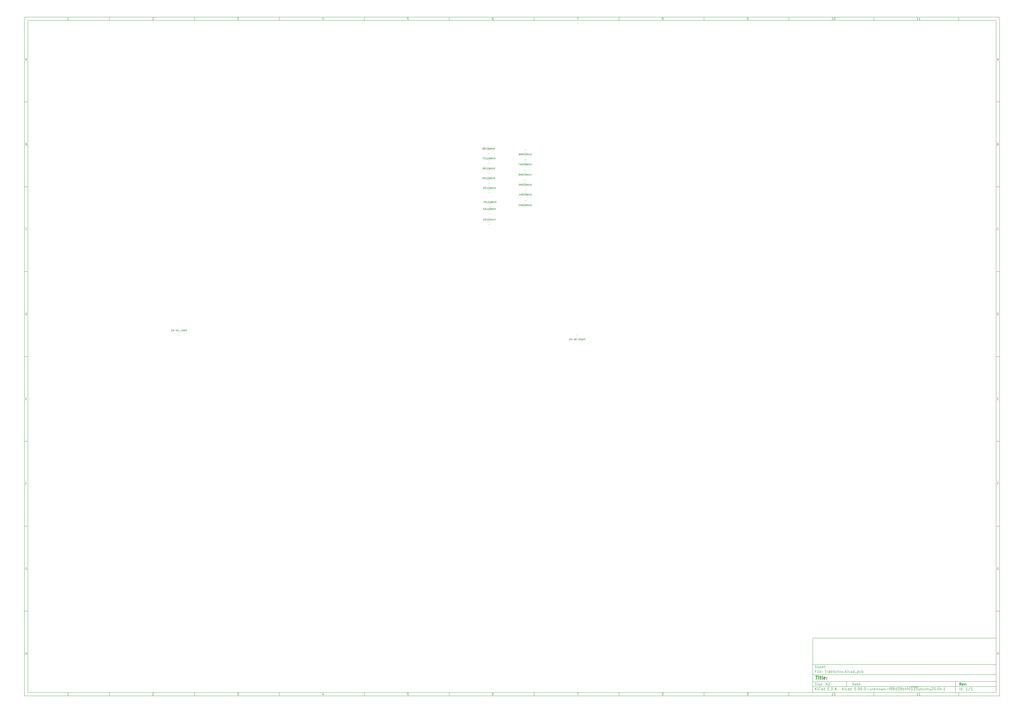
<source format=gbr>
%TF.GenerationSoftware,KiCad,Pcbnew,5.99.0-unknown-f88d39b4f0~125~ubuntu20.04.1*%
%TF.CreationDate,2021-04-04T03:48:13+02:00*%
%TF.ProjectId,Traktorino,5472616b-746f-4726-996e-6f2e6b696361,rev?*%
%TF.SameCoordinates,Original*%
%TF.FileFunction,Legend,Bot*%
%TF.FilePolarity,Positive*%
%FSLAX46Y46*%
G04 Gerber Fmt 4.6, Leading zero omitted, Abs format (unit mm)*
G04 Created by KiCad (PCBNEW 5.99.0-unknown-f88d39b4f0~125~ubuntu20.04.1) date 2021-04-04 03:48:13*
%MOMM*%
%LPD*%
G01*
G04 APERTURE LIST*
%ADD10C,0.100000*%
%ADD11C,0.150000*%
%ADD12C,0.300000*%
%ADD13C,0.400000*%
%ADD14C,0.120000*%
G04 APERTURE END LIST*
D10*
D11*
X474004400Y-375989000D02*
X474004400Y-407989000D01*
X582004400Y-407989000D01*
X582004400Y-375989000D01*
X474004400Y-375989000D01*
D10*
D11*
X10000000Y-10000000D02*
X10000000Y-409989000D01*
X584004400Y-409989000D01*
X584004400Y-10000000D01*
X10000000Y-10000000D01*
D10*
D11*
X12000000Y-12000000D02*
X12000000Y-407989000D01*
X582004400Y-407989000D01*
X582004400Y-12000000D01*
X12000000Y-12000000D01*
D10*
D11*
X60000000Y-12000000D02*
X60000000Y-10000000D01*
D10*
D11*
X110000000Y-12000000D02*
X110000000Y-10000000D01*
D10*
D11*
X160000000Y-12000000D02*
X160000000Y-10000000D01*
D10*
D11*
X210000000Y-12000000D02*
X210000000Y-10000000D01*
D10*
D11*
X260000000Y-12000000D02*
X260000000Y-10000000D01*
D10*
D11*
X310000000Y-12000000D02*
X310000000Y-10000000D01*
D10*
D11*
X360000000Y-12000000D02*
X360000000Y-10000000D01*
D10*
D11*
X410000000Y-12000000D02*
X410000000Y-10000000D01*
D10*
D11*
X460000000Y-12000000D02*
X460000000Y-10000000D01*
D10*
D11*
X510000000Y-12000000D02*
X510000000Y-10000000D01*
D10*
D11*
X560000000Y-12000000D02*
X560000000Y-10000000D01*
D10*
D11*
X36065476Y-11588095D02*
X35322619Y-11588095D01*
X35694047Y-11588095D02*
X35694047Y-10288095D01*
X35570238Y-10473809D01*
X35446428Y-10597619D01*
X35322619Y-10659523D01*
D10*
D11*
X85322619Y-10411904D02*
X85384523Y-10350000D01*
X85508333Y-10288095D01*
X85817857Y-10288095D01*
X85941666Y-10350000D01*
X86003571Y-10411904D01*
X86065476Y-10535714D01*
X86065476Y-10659523D01*
X86003571Y-10845238D01*
X85260714Y-11588095D01*
X86065476Y-11588095D01*
D10*
D11*
X135260714Y-10288095D02*
X136065476Y-10288095D01*
X135632142Y-10783333D01*
X135817857Y-10783333D01*
X135941666Y-10845238D01*
X136003571Y-10907142D01*
X136065476Y-11030952D01*
X136065476Y-11340476D01*
X136003571Y-11464285D01*
X135941666Y-11526190D01*
X135817857Y-11588095D01*
X135446428Y-11588095D01*
X135322619Y-11526190D01*
X135260714Y-11464285D01*
D10*
D11*
X185941666Y-10721428D02*
X185941666Y-11588095D01*
X185632142Y-10226190D02*
X185322619Y-11154761D01*
X186127380Y-11154761D01*
D10*
D11*
X236003571Y-10288095D02*
X235384523Y-10288095D01*
X235322619Y-10907142D01*
X235384523Y-10845238D01*
X235508333Y-10783333D01*
X235817857Y-10783333D01*
X235941666Y-10845238D01*
X236003571Y-10907142D01*
X236065476Y-11030952D01*
X236065476Y-11340476D01*
X236003571Y-11464285D01*
X235941666Y-11526190D01*
X235817857Y-11588095D01*
X235508333Y-11588095D01*
X235384523Y-11526190D01*
X235322619Y-11464285D01*
D10*
D11*
X285941666Y-10288095D02*
X285694047Y-10288095D01*
X285570238Y-10350000D01*
X285508333Y-10411904D01*
X285384523Y-10597619D01*
X285322619Y-10845238D01*
X285322619Y-11340476D01*
X285384523Y-11464285D01*
X285446428Y-11526190D01*
X285570238Y-11588095D01*
X285817857Y-11588095D01*
X285941666Y-11526190D01*
X286003571Y-11464285D01*
X286065476Y-11340476D01*
X286065476Y-11030952D01*
X286003571Y-10907142D01*
X285941666Y-10845238D01*
X285817857Y-10783333D01*
X285570238Y-10783333D01*
X285446428Y-10845238D01*
X285384523Y-10907142D01*
X285322619Y-11030952D01*
D10*
D11*
X335260714Y-10288095D02*
X336127380Y-10288095D01*
X335570238Y-11588095D01*
D10*
D11*
X385570238Y-10845238D02*
X385446428Y-10783333D01*
X385384523Y-10721428D01*
X385322619Y-10597619D01*
X385322619Y-10535714D01*
X385384523Y-10411904D01*
X385446428Y-10350000D01*
X385570238Y-10288095D01*
X385817857Y-10288095D01*
X385941666Y-10350000D01*
X386003571Y-10411904D01*
X386065476Y-10535714D01*
X386065476Y-10597619D01*
X386003571Y-10721428D01*
X385941666Y-10783333D01*
X385817857Y-10845238D01*
X385570238Y-10845238D01*
X385446428Y-10907142D01*
X385384523Y-10969047D01*
X385322619Y-11092857D01*
X385322619Y-11340476D01*
X385384523Y-11464285D01*
X385446428Y-11526190D01*
X385570238Y-11588095D01*
X385817857Y-11588095D01*
X385941666Y-11526190D01*
X386003571Y-11464285D01*
X386065476Y-11340476D01*
X386065476Y-11092857D01*
X386003571Y-10969047D01*
X385941666Y-10907142D01*
X385817857Y-10845238D01*
D10*
D11*
X435446428Y-11588095D02*
X435694047Y-11588095D01*
X435817857Y-11526190D01*
X435879761Y-11464285D01*
X436003571Y-11278571D01*
X436065476Y-11030952D01*
X436065476Y-10535714D01*
X436003571Y-10411904D01*
X435941666Y-10350000D01*
X435817857Y-10288095D01*
X435570238Y-10288095D01*
X435446428Y-10350000D01*
X435384523Y-10411904D01*
X435322619Y-10535714D01*
X435322619Y-10845238D01*
X435384523Y-10969047D01*
X435446428Y-11030952D01*
X435570238Y-11092857D01*
X435817857Y-11092857D01*
X435941666Y-11030952D01*
X436003571Y-10969047D01*
X436065476Y-10845238D01*
D10*
D11*
X486065476Y-11588095D02*
X485322619Y-11588095D01*
X485694047Y-11588095D02*
X485694047Y-10288095D01*
X485570238Y-10473809D01*
X485446428Y-10597619D01*
X485322619Y-10659523D01*
X486870238Y-10288095D02*
X486994047Y-10288095D01*
X487117857Y-10350000D01*
X487179761Y-10411904D01*
X487241666Y-10535714D01*
X487303571Y-10783333D01*
X487303571Y-11092857D01*
X487241666Y-11340476D01*
X487179761Y-11464285D01*
X487117857Y-11526190D01*
X486994047Y-11588095D01*
X486870238Y-11588095D01*
X486746428Y-11526190D01*
X486684523Y-11464285D01*
X486622619Y-11340476D01*
X486560714Y-11092857D01*
X486560714Y-10783333D01*
X486622619Y-10535714D01*
X486684523Y-10411904D01*
X486746428Y-10350000D01*
X486870238Y-10288095D01*
D10*
D11*
X536065476Y-11588095D02*
X535322619Y-11588095D01*
X535694047Y-11588095D02*
X535694047Y-10288095D01*
X535570238Y-10473809D01*
X535446428Y-10597619D01*
X535322619Y-10659523D01*
X537303571Y-11588095D02*
X536560714Y-11588095D01*
X536932142Y-11588095D02*
X536932142Y-10288095D01*
X536808333Y-10473809D01*
X536684523Y-10597619D01*
X536560714Y-10659523D01*
D10*
D11*
X60000000Y-407989000D02*
X60000000Y-409989000D01*
D10*
D11*
X110000000Y-407989000D02*
X110000000Y-409989000D01*
D10*
D11*
X160000000Y-407989000D02*
X160000000Y-409989000D01*
D10*
D11*
X210000000Y-407989000D02*
X210000000Y-409989000D01*
D10*
D11*
X260000000Y-407989000D02*
X260000000Y-409989000D01*
D10*
D11*
X310000000Y-407989000D02*
X310000000Y-409989000D01*
D10*
D11*
X360000000Y-407989000D02*
X360000000Y-409989000D01*
D10*
D11*
X410000000Y-407989000D02*
X410000000Y-409989000D01*
D10*
D11*
X460000000Y-407989000D02*
X460000000Y-409989000D01*
D10*
D11*
X510000000Y-407989000D02*
X510000000Y-409989000D01*
D10*
D11*
X560000000Y-407989000D02*
X560000000Y-409989000D01*
D10*
D11*
X36065476Y-409577095D02*
X35322619Y-409577095D01*
X35694047Y-409577095D02*
X35694047Y-408277095D01*
X35570238Y-408462809D01*
X35446428Y-408586619D01*
X35322619Y-408648523D01*
D10*
D11*
X85322619Y-408400904D02*
X85384523Y-408339000D01*
X85508333Y-408277095D01*
X85817857Y-408277095D01*
X85941666Y-408339000D01*
X86003571Y-408400904D01*
X86065476Y-408524714D01*
X86065476Y-408648523D01*
X86003571Y-408834238D01*
X85260714Y-409577095D01*
X86065476Y-409577095D01*
D10*
D11*
X135260714Y-408277095D02*
X136065476Y-408277095D01*
X135632142Y-408772333D01*
X135817857Y-408772333D01*
X135941666Y-408834238D01*
X136003571Y-408896142D01*
X136065476Y-409019952D01*
X136065476Y-409329476D01*
X136003571Y-409453285D01*
X135941666Y-409515190D01*
X135817857Y-409577095D01*
X135446428Y-409577095D01*
X135322619Y-409515190D01*
X135260714Y-409453285D01*
D10*
D11*
X185941666Y-408710428D02*
X185941666Y-409577095D01*
X185632142Y-408215190D02*
X185322619Y-409143761D01*
X186127380Y-409143761D01*
D10*
D11*
X236003571Y-408277095D02*
X235384523Y-408277095D01*
X235322619Y-408896142D01*
X235384523Y-408834238D01*
X235508333Y-408772333D01*
X235817857Y-408772333D01*
X235941666Y-408834238D01*
X236003571Y-408896142D01*
X236065476Y-409019952D01*
X236065476Y-409329476D01*
X236003571Y-409453285D01*
X235941666Y-409515190D01*
X235817857Y-409577095D01*
X235508333Y-409577095D01*
X235384523Y-409515190D01*
X235322619Y-409453285D01*
D10*
D11*
X285941666Y-408277095D02*
X285694047Y-408277095D01*
X285570238Y-408339000D01*
X285508333Y-408400904D01*
X285384523Y-408586619D01*
X285322619Y-408834238D01*
X285322619Y-409329476D01*
X285384523Y-409453285D01*
X285446428Y-409515190D01*
X285570238Y-409577095D01*
X285817857Y-409577095D01*
X285941666Y-409515190D01*
X286003571Y-409453285D01*
X286065476Y-409329476D01*
X286065476Y-409019952D01*
X286003571Y-408896142D01*
X285941666Y-408834238D01*
X285817857Y-408772333D01*
X285570238Y-408772333D01*
X285446428Y-408834238D01*
X285384523Y-408896142D01*
X285322619Y-409019952D01*
D10*
D11*
X335260714Y-408277095D02*
X336127380Y-408277095D01*
X335570238Y-409577095D01*
D10*
D11*
X385570238Y-408834238D02*
X385446428Y-408772333D01*
X385384523Y-408710428D01*
X385322619Y-408586619D01*
X385322619Y-408524714D01*
X385384523Y-408400904D01*
X385446428Y-408339000D01*
X385570238Y-408277095D01*
X385817857Y-408277095D01*
X385941666Y-408339000D01*
X386003571Y-408400904D01*
X386065476Y-408524714D01*
X386065476Y-408586619D01*
X386003571Y-408710428D01*
X385941666Y-408772333D01*
X385817857Y-408834238D01*
X385570238Y-408834238D01*
X385446428Y-408896142D01*
X385384523Y-408958047D01*
X385322619Y-409081857D01*
X385322619Y-409329476D01*
X385384523Y-409453285D01*
X385446428Y-409515190D01*
X385570238Y-409577095D01*
X385817857Y-409577095D01*
X385941666Y-409515190D01*
X386003571Y-409453285D01*
X386065476Y-409329476D01*
X386065476Y-409081857D01*
X386003571Y-408958047D01*
X385941666Y-408896142D01*
X385817857Y-408834238D01*
D10*
D11*
X435446428Y-409577095D02*
X435694047Y-409577095D01*
X435817857Y-409515190D01*
X435879761Y-409453285D01*
X436003571Y-409267571D01*
X436065476Y-409019952D01*
X436065476Y-408524714D01*
X436003571Y-408400904D01*
X435941666Y-408339000D01*
X435817857Y-408277095D01*
X435570238Y-408277095D01*
X435446428Y-408339000D01*
X435384523Y-408400904D01*
X435322619Y-408524714D01*
X435322619Y-408834238D01*
X435384523Y-408958047D01*
X435446428Y-409019952D01*
X435570238Y-409081857D01*
X435817857Y-409081857D01*
X435941666Y-409019952D01*
X436003571Y-408958047D01*
X436065476Y-408834238D01*
D10*
D11*
X486065476Y-409577095D02*
X485322619Y-409577095D01*
X485694047Y-409577095D02*
X485694047Y-408277095D01*
X485570238Y-408462809D01*
X485446428Y-408586619D01*
X485322619Y-408648523D01*
X486870238Y-408277095D02*
X486994047Y-408277095D01*
X487117857Y-408339000D01*
X487179761Y-408400904D01*
X487241666Y-408524714D01*
X487303571Y-408772333D01*
X487303571Y-409081857D01*
X487241666Y-409329476D01*
X487179761Y-409453285D01*
X487117857Y-409515190D01*
X486994047Y-409577095D01*
X486870238Y-409577095D01*
X486746428Y-409515190D01*
X486684523Y-409453285D01*
X486622619Y-409329476D01*
X486560714Y-409081857D01*
X486560714Y-408772333D01*
X486622619Y-408524714D01*
X486684523Y-408400904D01*
X486746428Y-408339000D01*
X486870238Y-408277095D01*
D10*
D11*
X536065476Y-409577095D02*
X535322619Y-409577095D01*
X535694047Y-409577095D02*
X535694047Y-408277095D01*
X535570238Y-408462809D01*
X535446428Y-408586619D01*
X535322619Y-408648523D01*
X537303571Y-409577095D02*
X536560714Y-409577095D01*
X536932142Y-409577095D02*
X536932142Y-408277095D01*
X536808333Y-408462809D01*
X536684523Y-408586619D01*
X536560714Y-408648523D01*
D10*
D11*
X10000000Y-60000000D02*
X12000000Y-60000000D01*
D10*
D11*
X10000000Y-110000000D02*
X12000000Y-110000000D01*
D10*
D11*
X10000000Y-160000000D02*
X12000000Y-160000000D01*
D10*
D11*
X10000000Y-210000000D02*
X12000000Y-210000000D01*
D10*
D11*
X10000000Y-260000000D02*
X12000000Y-260000000D01*
D10*
D11*
X10000000Y-310000000D02*
X12000000Y-310000000D01*
D10*
D11*
X10000000Y-360000000D02*
X12000000Y-360000000D01*
D10*
D11*
X10690476Y-35216666D02*
X11309523Y-35216666D01*
X10566666Y-35588095D02*
X11000000Y-34288095D01*
X11433333Y-35588095D01*
D10*
D11*
X11092857Y-84907142D02*
X11278571Y-84969047D01*
X11340476Y-85030952D01*
X11402380Y-85154761D01*
X11402380Y-85340476D01*
X11340476Y-85464285D01*
X11278571Y-85526190D01*
X11154761Y-85588095D01*
X10659523Y-85588095D01*
X10659523Y-84288095D01*
X11092857Y-84288095D01*
X11216666Y-84350000D01*
X11278571Y-84411904D01*
X11340476Y-84535714D01*
X11340476Y-84659523D01*
X11278571Y-84783333D01*
X11216666Y-84845238D01*
X11092857Y-84907142D01*
X10659523Y-84907142D01*
D10*
D11*
X11402380Y-135464285D02*
X11340476Y-135526190D01*
X11154761Y-135588095D01*
X11030952Y-135588095D01*
X10845238Y-135526190D01*
X10721428Y-135402380D01*
X10659523Y-135278571D01*
X10597619Y-135030952D01*
X10597619Y-134845238D01*
X10659523Y-134597619D01*
X10721428Y-134473809D01*
X10845238Y-134350000D01*
X11030952Y-134288095D01*
X11154761Y-134288095D01*
X11340476Y-134350000D01*
X11402380Y-134411904D01*
D10*
D11*
X10659523Y-185588095D02*
X10659523Y-184288095D01*
X10969047Y-184288095D01*
X11154761Y-184350000D01*
X11278571Y-184473809D01*
X11340476Y-184597619D01*
X11402380Y-184845238D01*
X11402380Y-185030952D01*
X11340476Y-185278571D01*
X11278571Y-185402380D01*
X11154761Y-185526190D01*
X10969047Y-185588095D01*
X10659523Y-185588095D01*
D10*
D11*
X10721428Y-234907142D02*
X11154761Y-234907142D01*
X11340476Y-235588095D02*
X10721428Y-235588095D01*
X10721428Y-234288095D01*
X11340476Y-234288095D01*
D10*
D11*
X11185714Y-284907142D02*
X10752380Y-284907142D01*
X10752380Y-285588095D02*
X10752380Y-284288095D01*
X11371428Y-284288095D01*
D10*
D11*
X11340476Y-334350000D02*
X11216666Y-334288095D01*
X11030952Y-334288095D01*
X10845238Y-334350000D01*
X10721428Y-334473809D01*
X10659523Y-334597619D01*
X10597619Y-334845238D01*
X10597619Y-335030952D01*
X10659523Y-335278571D01*
X10721428Y-335402380D01*
X10845238Y-335526190D01*
X11030952Y-335588095D01*
X11154761Y-335588095D01*
X11340476Y-335526190D01*
X11402380Y-335464285D01*
X11402380Y-335030952D01*
X11154761Y-335030952D01*
D10*
D11*
X10628571Y-385588095D02*
X10628571Y-384288095D01*
X10628571Y-384907142D02*
X11371428Y-384907142D01*
X11371428Y-385588095D02*
X11371428Y-384288095D01*
D10*
D11*
X584004400Y-60000000D02*
X582004400Y-60000000D01*
D10*
D11*
X584004400Y-110000000D02*
X582004400Y-110000000D01*
D10*
D11*
X584004400Y-160000000D02*
X582004400Y-160000000D01*
D10*
D11*
X584004400Y-210000000D02*
X582004400Y-210000000D01*
D10*
D11*
X584004400Y-260000000D02*
X582004400Y-260000000D01*
D10*
D11*
X584004400Y-310000000D02*
X582004400Y-310000000D01*
D10*
D11*
X584004400Y-360000000D02*
X582004400Y-360000000D01*
D10*
D11*
X582694876Y-35216666D02*
X583313923Y-35216666D01*
X582571066Y-35588095D02*
X583004400Y-34288095D01*
X583437733Y-35588095D01*
D10*
D11*
X583097257Y-84907142D02*
X583282971Y-84969047D01*
X583344876Y-85030952D01*
X583406780Y-85154761D01*
X583406780Y-85340476D01*
X583344876Y-85464285D01*
X583282971Y-85526190D01*
X583159161Y-85588095D01*
X582663923Y-85588095D01*
X582663923Y-84288095D01*
X583097257Y-84288095D01*
X583221066Y-84350000D01*
X583282971Y-84411904D01*
X583344876Y-84535714D01*
X583344876Y-84659523D01*
X583282971Y-84783333D01*
X583221066Y-84845238D01*
X583097257Y-84907142D01*
X582663923Y-84907142D01*
D10*
D11*
X583406780Y-135464285D02*
X583344876Y-135526190D01*
X583159161Y-135588095D01*
X583035352Y-135588095D01*
X582849638Y-135526190D01*
X582725828Y-135402380D01*
X582663923Y-135278571D01*
X582602019Y-135030952D01*
X582602019Y-134845238D01*
X582663923Y-134597619D01*
X582725828Y-134473809D01*
X582849638Y-134350000D01*
X583035352Y-134288095D01*
X583159161Y-134288095D01*
X583344876Y-134350000D01*
X583406780Y-134411904D01*
D10*
D11*
X582663923Y-185588095D02*
X582663923Y-184288095D01*
X582973447Y-184288095D01*
X583159161Y-184350000D01*
X583282971Y-184473809D01*
X583344876Y-184597619D01*
X583406780Y-184845238D01*
X583406780Y-185030952D01*
X583344876Y-185278571D01*
X583282971Y-185402380D01*
X583159161Y-185526190D01*
X582973447Y-185588095D01*
X582663923Y-185588095D01*
D10*
D11*
X582725828Y-234907142D02*
X583159161Y-234907142D01*
X583344876Y-235588095D02*
X582725828Y-235588095D01*
X582725828Y-234288095D01*
X583344876Y-234288095D01*
D10*
D11*
X583190114Y-284907142D02*
X582756780Y-284907142D01*
X582756780Y-285588095D02*
X582756780Y-284288095D01*
X583375828Y-284288095D01*
D10*
D11*
X583344876Y-334350000D02*
X583221066Y-334288095D01*
X583035352Y-334288095D01*
X582849638Y-334350000D01*
X582725828Y-334473809D01*
X582663923Y-334597619D01*
X582602019Y-334845238D01*
X582602019Y-335030952D01*
X582663923Y-335278571D01*
X582725828Y-335402380D01*
X582849638Y-335526190D01*
X583035352Y-335588095D01*
X583159161Y-335588095D01*
X583344876Y-335526190D01*
X583406780Y-335464285D01*
X583406780Y-335030952D01*
X583159161Y-335030952D01*
D10*
D11*
X582632971Y-385588095D02*
X582632971Y-384288095D01*
X582632971Y-384907142D02*
X583375828Y-384907142D01*
X583375828Y-385588095D02*
X583375828Y-384288095D01*
D10*
D11*
X497436542Y-403767571D02*
X497436542Y-402267571D01*
X497793685Y-402267571D01*
X498007971Y-402339000D01*
X498150828Y-402481857D01*
X498222257Y-402624714D01*
X498293685Y-402910428D01*
X498293685Y-403124714D01*
X498222257Y-403410428D01*
X498150828Y-403553285D01*
X498007971Y-403696142D01*
X497793685Y-403767571D01*
X497436542Y-403767571D01*
X499579400Y-403767571D02*
X499579400Y-402981857D01*
X499507971Y-402839000D01*
X499365114Y-402767571D01*
X499079400Y-402767571D01*
X498936542Y-402839000D01*
X499579400Y-403696142D02*
X499436542Y-403767571D01*
X499079400Y-403767571D01*
X498936542Y-403696142D01*
X498865114Y-403553285D01*
X498865114Y-403410428D01*
X498936542Y-403267571D01*
X499079400Y-403196142D01*
X499436542Y-403196142D01*
X499579400Y-403124714D01*
X500079400Y-402767571D02*
X500650828Y-402767571D01*
X500293685Y-402267571D02*
X500293685Y-403553285D01*
X500365114Y-403696142D01*
X500507971Y-403767571D01*
X500650828Y-403767571D01*
X501722257Y-403696142D02*
X501579400Y-403767571D01*
X501293685Y-403767571D01*
X501150828Y-403696142D01*
X501079400Y-403553285D01*
X501079400Y-402981857D01*
X501150828Y-402839000D01*
X501293685Y-402767571D01*
X501579400Y-402767571D01*
X501722257Y-402839000D01*
X501793685Y-402981857D01*
X501793685Y-403124714D01*
X501079400Y-403267571D01*
X502436542Y-403624714D02*
X502507971Y-403696142D01*
X502436542Y-403767571D01*
X502365114Y-403696142D01*
X502436542Y-403624714D01*
X502436542Y-403767571D01*
X502436542Y-402839000D02*
X502507971Y-402910428D01*
X502436542Y-402981857D01*
X502365114Y-402910428D01*
X502436542Y-402839000D01*
X502436542Y-402981857D01*
D10*
D11*
X474004400Y-404489000D02*
X582004400Y-404489000D01*
D10*
D11*
X475436542Y-406567571D02*
X475436542Y-405067571D01*
X476293685Y-406567571D02*
X475650828Y-405710428D01*
X476293685Y-405067571D02*
X475436542Y-405924714D01*
X476936542Y-406567571D02*
X476936542Y-405567571D01*
X476936542Y-405067571D02*
X476865114Y-405139000D01*
X476936542Y-405210428D01*
X477007971Y-405139000D01*
X476936542Y-405067571D01*
X476936542Y-405210428D01*
X478507971Y-406424714D02*
X478436542Y-406496142D01*
X478222257Y-406567571D01*
X478079400Y-406567571D01*
X477865114Y-406496142D01*
X477722257Y-406353285D01*
X477650828Y-406210428D01*
X477579400Y-405924714D01*
X477579400Y-405710428D01*
X477650828Y-405424714D01*
X477722257Y-405281857D01*
X477865114Y-405139000D01*
X478079400Y-405067571D01*
X478222257Y-405067571D01*
X478436542Y-405139000D01*
X478507971Y-405210428D01*
X479793685Y-406567571D02*
X479793685Y-405781857D01*
X479722257Y-405639000D01*
X479579400Y-405567571D01*
X479293685Y-405567571D01*
X479150828Y-405639000D01*
X479793685Y-406496142D02*
X479650828Y-406567571D01*
X479293685Y-406567571D01*
X479150828Y-406496142D01*
X479079400Y-406353285D01*
X479079400Y-406210428D01*
X479150828Y-406067571D01*
X479293685Y-405996142D01*
X479650828Y-405996142D01*
X479793685Y-405924714D01*
X481150828Y-406567571D02*
X481150828Y-405067571D01*
X481150828Y-406496142D02*
X481007971Y-406567571D01*
X480722257Y-406567571D01*
X480579400Y-406496142D01*
X480507971Y-406424714D01*
X480436542Y-406281857D01*
X480436542Y-405853285D01*
X480507971Y-405710428D01*
X480579400Y-405639000D01*
X480722257Y-405567571D01*
X481007971Y-405567571D01*
X481150828Y-405639000D01*
X483007971Y-405781857D02*
X483507971Y-405781857D01*
X483722257Y-406567571D02*
X483007971Y-406567571D01*
X483007971Y-405067571D01*
X483722257Y-405067571D01*
X484365114Y-406424714D02*
X484436542Y-406496142D01*
X484365114Y-406567571D01*
X484293685Y-406496142D01*
X484365114Y-406424714D01*
X484365114Y-406567571D01*
X485079400Y-406567571D02*
X485079400Y-405067571D01*
X485436542Y-405067571D01*
X485650828Y-405139000D01*
X485793685Y-405281857D01*
X485865114Y-405424714D01*
X485936542Y-405710428D01*
X485936542Y-405924714D01*
X485865114Y-406210428D01*
X485793685Y-406353285D01*
X485650828Y-406496142D01*
X485436542Y-406567571D01*
X485079400Y-406567571D01*
X486579400Y-406424714D02*
X486650828Y-406496142D01*
X486579400Y-406567571D01*
X486507971Y-406496142D01*
X486579400Y-406424714D01*
X486579400Y-406567571D01*
X487222257Y-406139000D02*
X487936542Y-406139000D01*
X487079400Y-406567571D02*
X487579400Y-405067571D01*
X488079400Y-406567571D01*
X488579400Y-406424714D02*
X488650828Y-406496142D01*
X488579400Y-406567571D01*
X488507971Y-406496142D01*
X488579400Y-406424714D01*
X488579400Y-406567571D01*
X491579400Y-406567571D02*
X491579400Y-405067571D01*
X491722257Y-405996142D02*
X492150828Y-406567571D01*
X492150828Y-405567571D02*
X491579400Y-406139000D01*
X492793685Y-406567571D02*
X492793685Y-405567571D01*
X492793685Y-405067571D02*
X492722257Y-405139000D01*
X492793685Y-405210428D01*
X492865114Y-405139000D01*
X492793685Y-405067571D01*
X492793685Y-405210428D01*
X494150828Y-406496142D02*
X494007971Y-406567571D01*
X493722257Y-406567571D01*
X493579400Y-406496142D01*
X493507971Y-406424714D01*
X493436542Y-406281857D01*
X493436542Y-405853285D01*
X493507971Y-405710428D01*
X493579400Y-405639000D01*
X493722257Y-405567571D01*
X494007971Y-405567571D01*
X494150828Y-405639000D01*
X495436542Y-406567571D02*
X495436542Y-405781857D01*
X495365114Y-405639000D01*
X495222257Y-405567571D01*
X494936542Y-405567571D01*
X494793685Y-405639000D01*
X495436542Y-406496142D02*
X495293685Y-406567571D01*
X494936542Y-406567571D01*
X494793685Y-406496142D01*
X494722257Y-406353285D01*
X494722257Y-406210428D01*
X494793685Y-406067571D01*
X494936542Y-405996142D01*
X495293685Y-405996142D01*
X495436542Y-405924714D01*
X496793685Y-406567571D02*
X496793685Y-405067571D01*
X496793685Y-406496142D02*
X496650828Y-406567571D01*
X496365114Y-406567571D01*
X496222257Y-406496142D01*
X496150828Y-406424714D01*
X496079400Y-406281857D01*
X496079400Y-405853285D01*
X496150828Y-405710428D01*
X496222257Y-405639000D01*
X496365114Y-405567571D01*
X496650828Y-405567571D01*
X496793685Y-405639000D01*
X499365114Y-405067571D02*
X498650828Y-405067571D01*
X498579400Y-405781857D01*
X498650828Y-405710428D01*
X498793685Y-405639000D01*
X499150828Y-405639000D01*
X499293685Y-405710428D01*
X499365114Y-405781857D01*
X499436542Y-405924714D01*
X499436542Y-406281857D01*
X499365114Y-406424714D01*
X499293685Y-406496142D01*
X499150828Y-406567571D01*
X498793685Y-406567571D01*
X498650828Y-406496142D01*
X498579400Y-406424714D01*
X500079400Y-406424714D02*
X500150828Y-406496142D01*
X500079400Y-406567571D01*
X500007971Y-406496142D01*
X500079400Y-406424714D01*
X500079400Y-406567571D01*
X500865114Y-406567571D02*
X501150828Y-406567571D01*
X501293685Y-406496142D01*
X501365114Y-406424714D01*
X501507971Y-406210428D01*
X501579400Y-405924714D01*
X501579400Y-405353285D01*
X501507971Y-405210428D01*
X501436542Y-405139000D01*
X501293685Y-405067571D01*
X501007971Y-405067571D01*
X500865114Y-405139000D01*
X500793685Y-405210428D01*
X500722257Y-405353285D01*
X500722257Y-405710428D01*
X500793685Y-405853285D01*
X500865114Y-405924714D01*
X501007971Y-405996142D01*
X501293685Y-405996142D01*
X501436542Y-405924714D01*
X501507971Y-405853285D01*
X501579400Y-405710428D01*
X502293685Y-406567571D02*
X502579400Y-406567571D01*
X502722257Y-406496142D01*
X502793685Y-406424714D01*
X502936542Y-406210428D01*
X503007971Y-405924714D01*
X503007971Y-405353285D01*
X502936542Y-405210428D01*
X502865114Y-405139000D01*
X502722257Y-405067571D01*
X502436542Y-405067571D01*
X502293685Y-405139000D01*
X502222257Y-405210428D01*
X502150828Y-405353285D01*
X502150828Y-405710428D01*
X502222257Y-405853285D01*
X502293685Y-405924714D01*
X502436542Y-405996142D01*
X502722257Y-405996142D01*
X502865114Y-405924714D01*
X502936542Y-405853285D01*
X503007971Y-405710428D01*
X503650828Y-406424714D02*
X503722257Y-406496142D01*
X503650828Y-406567571D01*
X503579400Y-406496142D01*
X503650828Y-406424714D01*
X503650828Y-406567571D01*
X504650828Y-405067571D02*
X504793685Y-405067571D01*
X504936542Y-405139000D01*
X505007971Y-405210428D01*
X505079400Y-405353285D01*
X505150828Y-405639000D01*
X505150828Y-405996142D01*
X505079400Y-406281857D01*
X505007971Y-406424714D01*
X504936542Y-406496142D01*
X504793685Y-406567571D01*
X504650828Y-406567571D01*
X504507971Y-406496142D01*
X504436542Y-406424714D01*
X504365114Y-406281857D01*
X504293685Y-405996142D01*
X504293685Y-405639000D01*
X504365114Y-405353285D01*
X504436542Y-405210428D01*
X504507971Y-405139000D01*
X504650828Y-405067571D01*
X505793685Y-405996142D02*
X506936542Y-405996142D01*
X508293685Y-405567571D02*
X508293685Y-406567571D01*
X507650828Y-405567571D02*
X507650828Y-406353285D01*
X507722257Y-406496142D01*
X507865114Y-406567571D01*
X508079400Y-406567571D01*
X508222257Y-406496142D01*
X508293685Y-406424714D01*
X509007971Y-405567571D02*
X509007971Y-406567571D01*
X509007971Y-405710428D02*
X509079400Y-405639000D01*
X509222257Y-405567571D01*
X509436542Y-405567571D01*
X509579400Y-405639000D01*
X509650828Y-405781857D01*
X509650828Y-406567571D01*
X510365114Y-406567571D02*
X510365114Y-405067571D01*
X510507971Y-405996142D02*
X510936542Y-406567571D01*
X510936542Y-405567571D02*
X510365114Y-406139000D01*
X511579400Y-405567571D02*
X511579400Y-406567571D01*
X511579400Y-405710428D02*
X511650828Y-405639000D01*
X511793685Y-405567571D01*
X512007971Y-405567571D01*
X512150828Y-405639000D01*
X512222257Y-405781857D01*
X512222257Y-406567571D01*
X513150828Y-406567571D02*
X513007971Y-406496142D01*
X512936542Y-406424714D01*
X512865114Y-406281857D01*
X512865114Y-405853285D01*
X512936542Y-405710428D01*
X513007971Y-405639000D01*
X513150828Y-405567571D01*
X513365114Y-405567571D01*
X513507971Y-405639000D01*
X513579400Y-405710428D01*
X513650828Y-405853285D01*
X513650828Y-406281857D01*
X513579400Y-406424714D01*
X513507971Y-406496142D01*
X513365114Y-406567571D01*
X513150828Y-406567571D01*
X514150828Y-405567571D02*
X514436542Y-406567571D01*
X514722257Y-405853285D01*
X515007971Y-406567571D01*
X515293685Y-405567571D01*
X515865114Y-405567571D02*
X515865114Y-406567571D01*
X515865114Y-405710428D02*
X515936542Y-405639000D01*
X516079400Y-405567571D01*
X516293685Y-405567571D01*
X516436542Y-405639000D01*
X516507971Y-405781857D01*
X516507971Y-406567571D01*
X517222257Y-405996142D02*
X518365114Y-405996142D01*
X518865114Y-405567571D02*
X519436542Y-405567571D01*
X519079400Y-406567571D02*
X519079400Y-405281857D01*
X519150828Y-405139000D01*
X519293685Y-405067571D01*
X519436542Y-405067571D01*
X520150828Y-405710428D02*
X520007971Y-405639000D01*
X519936542Y-405567571D01*
X519865114Y-405424714D01*
X519865114Y-405353285D01*
X519936542Y-405210428D01*
X520007971Y-405139000D01*
X520150828Y-405067571D01*
X520436542Y-405067571D01*
X520579400Y-405139000D01*
X520650828Y-405210428D01*
X520722257Y-405353285D01*
X520722257Y-405424714D01*
X520650828Y-405567571D01*
X520579400Y-405639000D01*
X520436542Y-405710428D01*
X520150828Y-405710428D01*
X520007971Y-405781857D01*
X519936542Y-405853285D01*
X519865114Y-405996142D01*
X519865114Y-406281857D01*
X519936542Y-406424714D01*
X520007971Y-406496142D01*
X520150828Y-406567571D01*
X520436542Y-406567571D01*
X520579400Y-406496142D01*
X520650828Y-406424714D01*
X520722257Y-406281857D01*
X520722257Y-405996142D01*
X520650828Y-405853285D01*
X520579400Y-405781857D01*
X520436542Y-405710428D01*
X521579400Y-405710428D02*
X521436542Y-405639000D01*
X521365114Y-405567571D01*
X521293685Y-405424714D01*
X521293685Y-405353285D01*
X521365114Y-405210428D01*
X521436542Y-405139000D01*
X521579400Y-405067571D01*
X521865114Y-405067571D01*
X522007971Y-405139000D01*
X522079400Y-405210428D01*
X522150828Y-405353285D01*
X522150828Y-405424714D01*
X522079400Y-405567571D01*
X522007971Y-405639000D01*
X521865114Y-405710428D01*
X521579400Y-405710428D01*
X521436542Y-405781857D01*
X521365114Y-405853285D01*
X521293685Y-405996142D01*
X521293685Y-406281857D01*
X521365114Y-406424714D01*
X521436542Y-406496142D01*
X521579400Y-406567571D01*
X521865114Y-406567571D01*
X522007971Y-406496142D01*
X522079400Y-406424714D01*
X522150828Y-406281857D01*
X522150828Y-405996142D01*
X522079400Y-405853285D01*
X522007971Y-405781857D01*
X521865114Y-405710428D01*
X523436542Y-406567571D02*
X523436542Y-405067571D01*
X523436542Y-406496142D02*
X523293685Y-406567571D01*
X523007971Y-406567571D01*
X522865114Y-406496142D01*
X522793685Y-406424714D01*
X522722257Y-406281857D01*
X522722257Y-405853285D01*
X522793685Y-405710428D01*
X522865114Y-405639000D01*
X523007971Y-405567571D01*
X523293685Y-405567571D01*
X523436542Y-405639000D01*
X524007971Y-405067571D02*
X524936542Y-405067571D01*
X524436542Y-405639000D01*
X524650828Y-405639000D01*
X524793685Y-405710428D01*
X524865114Y-405781857D01*
X524936542Y-405924714D01*
X524936542Y-406281857D01*
X524865114Y-406424714D01*
X524793685Y-406496142D01*
X524650828Y-406567571D01*
X524222257Y-406567571D01*
X524079400Y-406496142D01*
X524007971Y-406424714D01*
X525650828Y-406567571D02*
X525936542Y-406567571D01*
X526079400Y-406496142D01*
X526150828Y-406424714D01*
X526293685Y-406210428D01*
X526365114Y-405924714D01*
X526365114Y-405353285D01*
X526293685Y-405210428D01*
X526222257Y-405139000D01*
X526079400Y-405067571D01*
X525793685Y-405067571D01*
X525650828Y-405139000D01*
X525579400Y-405210428D01*
X525507971Y-405353285D01*
X525507971Y-405710428D01*
X525579400Y-405853285D01*
X525650828Y-405924714D01*
X525793685Y-405996142D01*
X526079400Y-405996142D01*
X526222257Y-405924714D01*
X526293685Y-405853285D01*
X526365114Y-405710428D01*
X527007971Y-406567571D02*
X527007971Y-405067571D01*
X527007971Y-405639000D02*
X527150828Y-405567571D01*
X527436542Y-405567571D01*
X527579400Y-405639000D01*
X527650828Y-405710428D01*
X527722257Y-405853285D01*
X527722257Y-406281857D01*
X527650828Y-406424714D01*
X527579400Y-406496142D01*
X527436542Y-406567571D01*
X527150828Y-406567571D01*
X527007971Y-406496142D01*
X529007971Y-405567571D02*
X529007971Y-406567571D01*
X528650828Y-404996142D02*
X528293685Y-406067571D01*
X529222257Y-406067571D01*
X529579400Y-405567571D02*
X530150828Y-405567571D01*
X529793685Y-406567571D02*
X529793685Y-405281857D01*
X529865114Y-405139000D01*
X530007971Y-405067571D01*
X530150828Y-405067571D01*
X530936542Y-405067571D02*
X531079400Y-405067571D01*
X531222257Y-405139000D01*
X531293685Y-405210428D01*
X531365114Y-405353285D01*
X531436542Y-405639000D01*
X531436542Y-405996142D01*
X531365114Y-406281857D01*
X531293685Y-406424714D01*
X531222257Y-406496142D01*
X531079400Y-406567571D01*
X530936542Y-406567571D01*
X530793685Y-406496142D01*
X530722257Y-406424714D01*
X530650828Y-406281857D01*
X530579400Y-405996142D01*
X530579400Y-405639000D01*
X530650828Y-405353285D01*
X530722257Y-405210428D01*
X530793685Y-405139000D01*
X530936542Y-405067571D01*
X531722257Y-404644000D02*
X533150828Y-404644000D01*
X532865114Y-406567571D02*
X532007971Y-406567571D01*
X532436542Y-406567571D02*
X532436542Y-405067571D01*
X532293685Y-405281857D01*
X532150828Y-405424714D01*
X532007971Y-405496142D01*
X533150828Y-404644000D02*
X534579400Y-404644000D01*
X533436542Y-405210428D02*
X533507971Y-405139000D01*
X533650828Y-405067571D01*
X534007971Y-405067571D01*
X534150828Y-405139000D01*
X534222257Y-405210428D01*
X534293685Y-405353285D01*
X534293685Y-405496142D01*
X534222257Y-405710428D01*
X533365114Y-406567571D01*
X534293685Y-406567571D01*
X534579400Y-404644000D02*
X536007971Y-404644000D01*
X535650828Y-405067571D02*
X534936542Y-405067571D01*
X534865114Y-405781857D01*
X534936542Y-405710428D01*
X535079400Y-405639000D01*
X535436542Y-405639000D01*
X535579400Y-405710428D01*
X535650828Y-405781857D01*
X535722257Y-405924714D01*
X535722257Y-406281857D01*
X535650828Y-406424714D01*
X535579400Y-406496142D01*
X535436542Y-406567571D01*
X535079400Y-406567571D01*
X534936542Y-406496142D01*
X534865114Y-406424714D01*
X537007971Y-405567571D02*
X537007971Y-406567571D01*
X536365114Y-405567571D02*
X536365114Y-406353285D01*
X536436542Y-406496142D01*
X536579400Y-406567571D01*
X536793685Y-406567571D01*
X536936542Y-406496142D01*
X537007971Y-406424714D01*
X537722257Y-406567571D02*
X537722257Y-405067571D01*
X537722257Y-405639000D02*
X537865114Y-405567571D01*
X538150828Y-405567571D01*
X538293685Y-405639000D01*
X538365114Y-405710428D01*
X538436542Y-405853285D01*
X538436542Y-406281857D01*
X538365114Y-406424714D01*
X538293685Y-406496142D01*
X538150828Y-406567571D01*
X537865114Y-406567571D01*
X537722257Y-406496142D01*
X539722257Y-405567571D02*
X539722257Y-406567571D01*
X539079400Y-405567571D02*
X539079400Y-406353285D01*
X539150828Y-406496142D01*
X539293685Y-406567571D01*
X539507971Y-406567571D01*
X539650828Y-406496142D01*
X539722257Y-406424714D01*
X540436542Y-405567571D02*
X540436542Y-406567571D01*
X540436542Y-405710428D02*
X540507971Y-405639000D01*
X540650828Y-405567571D01*
X540865114Y-405567571D01*
X541007971Y-405639000D01*
X541079400Y-405781857D01*
X541079400Y-406567571D01*
X541579400Y-405567571D02*
X542150828Y-405567571D01*
X541793685Y-405067571D02*
X541793685Y-406353285D01*
X541865114Y-406496142D01*
X542007971Y-406567571D01*
X542150828Y-406567571D01*
X543293685Y-405567571D02*
X543293685Y-406567571D01*
X542650828Y-405567571D02*
X542650828Y-406353285D01*
X542722257Y-406496142D01*
X542865114Y-406567571D01*
X543079400Y-406567571D01*
X543222257Y-406496142D01*
X543293685Y-406424714D01*
X543936542Y-405210428D02*
X544007971Y-405139000D01*
X544150828Y-405067571D01*
X544507971Y-405067571D01*
X544650828Y-405139000D01*
X544722257Y-405210428D01*
X544793685Y-405353285D01*
X544793685Y-405496142D01*
X544722257Y-405710428D01*
X543865114Y-406567571D01*
X544793685Y-406567571D01*
X545722257Y-405067571D02*
X545865114Y-405067571D01*
X546007971Y-405139000D01*
X546079400Y-405210428D01*
X546150828Y-405353285D01*
X546222257Y-405639000D01*
X546222257Y-405996142D01*
X546150828Y-406281857D01*
X546079400Y-406424714D01*
X546007971Y-406496142D01*
X545865114Y-406567571D01*
X545722257Y-406567571D01*
X545579400Y-406496142D01*
X545507971Y-406424714D01*
X545436542Y-406281857D01*
X545365114Y-405996142D01*
X545365114Y-405639000D01*
X545436542Y-405353285D01*
X545507971Y-405210428D01*
X545579400Y-405139000D01*
X545722257Y-405067571D01*
X546865114Y-406424714D02*
X546936542Y-406496142D01*
X546865114Y-406567571D01*
X546793685Y-406496142D01*
X546865114Y-406424714D01*
X546865114Y-406567571D01*
X547865114Y-405067571D02*
X548007971Y-405067571D01*
X548150828Y-405139000D01*
X548222257Y-405210428D01*
X548293685Y-405353285D01*
X548365114Y-405639000D01*
X548365114Y-405996142D01*
X548293685Y-406281857D01*
X548222257Y-406424714D01*
X548150828Y-406496142D01*
X548007971Y-406567571D01*
X547865114Y-406567571D01*
X547722257Y-406496142D01*
X547650828Y-406424714D01*
X547579400Y-406281857D01*
X547507971Y-405996142D01*
X547507971Y-405639000D01*
X547579400Y-405353285D01*
X547650828Y-405210428D01*
X547722257Y-405139000D01*
X547865114Y-405067571D01*
X549650828Y-405567571D02*
X549650828Y-406567571D01*
X549293685Y-404996142D02*
X548936542Y-406067571D01*
X549865114Y-406067571D01*
X550436542Y-406424714D02*
X550507971Y-406496142D01*
X550436542Y-406567571D01*
X550365114Y-406496142D01*
X550436542Y-406424714D01*
X550436542Y-406567571D01*
X551936542Y-406567571D02*
X551079400Y-406567571D01*
X551507971Y-406567571D02*
X551507971Y-405067571D01*
X551365114Y-405281857D01*
X551222257Y-405424714D01*
X551079400Y-405496142D01*
D10*
D11*
X474004400Y-401489000D02*
X582004400Y-401489000D01*
D10*
D12*
X561413685Y-403767571D02*
X560913685Y-403053285D01*
X560556542Y-403767571D02*
X560556542Y-402267571D01*
X561127971Y-402267571D01*
X561270828Y-402339000D01*
X561342257Y-402410428D01*
X561413685Y-402553285D01*
X561413685Y-402767571D01*
X561342257Y-402910428D01*
X561270828Y-402981857D01*
X561127971Y-403053285D01*
X560556542Y-403053285D01*
X562627971Y-403696142D02*
X562485114Y-403767571D01*
X562199400Y-403767571D01*
X562056542Y-403696142D01*
X561985114Y-403553285D01*
X561985114Y-402981857D01*
X562056542Y-402839000D01*
X562199400Y-402767571D01*
X562485114Y-402767571D01*
X562627971Y-402839000D01*
X562699400Y-402981857D01*
X562699400Y-403124714D01*
X561985114Y-403267571D01*
X563199400Y-402767571D02*
X563556542Y-403767571D01*
X563913685Y-402767571D01*
X564485114Y-403624714D02*
X564556542Y-403696142D01*
X564485114Y-403767571D01*
X564413685Y-403696142D01*
X564485114Y-403624714D01*
X564485114Y-403767571D01*
X564485114Y-402839000D02*
X564556542Y-402910428D01*
X564485114Y-402981857D01*
X564413685Y-402910428D01*
X564485114Y-402839000D01*
X564485114Y-402981857D01*
D10*
D11*
X475365114Y-403696142D02*
X475579400Y-403767571D01*
X475936542Y-403767571D01*
X476079400Y-403696142D01*
X476150828Y-403624714D01*
X476222257Y-403481857D01*
X476222257Y-403339000D01*
X476150828Y-403196142D01*
X476079400Y-403124714D01*
X475936542Y-403053285D01*
X475650828Y-402981857D01*
X475507971Y-402910428D01*
X475436542Y-402839000D01*
X475365114Y-402696142D01*
X475365114Y-402553285D01*
X475436542Y-402410428D01*
X475507971Y-402339000D01*
X475650828Y-402267571D01*
X476007971Y-402267571D01*
X476222257Y-402339000D01*
X476865114Y-403767571D02*
X476865114Y-402767571D01*
X476865114Y-402267571D02*
X476793685Y-402339000D01*
X476865114Y-402410428D01*
X476936542Y-402339000D01*
X476865114Y-402267571D01*
X476865114Y-402410428D01*
X477436542Y-402767571D02*
X478222257Y-402767571D01*
X477436542Y-403767571D01*
X478222257Y-403767571D01*
X479365114Y-403696142D02*
X479222257Y-403767571D01*
X478936542Y-403767571D01*
X478793685Y-403696142D01*
X478722257Y-403553285D01*
X478722257Y-402981857D01*
X478793685Y-402839000D01*
X478936542Y-402767571D01*
X479222257Y-402767571D01*
X479365114Y-402839000D01*
X479436542Y-402981857D01*
X479436542Y-403124714D01*
X478722257Y-403267571D01*
X480079400Y-403624714D02*
X480150828Y-403696142D01*
X480079400Y-403767571D01*
X480007971Y-403696142D01*
X480079400Y-403624714D01*
X480079400Y-403767571D01*
X480079400Y-402839000D02*
X480150828Y-402910428D01*
X480079400Y-402981857D01*
X480007971Y-402910428D01*
X480079400Y-402839000D01*
X480079400Y-402981857D01*
X481865114Y-403339000D02*
X482579400Y-403339000D01*
X481722257Y-403767571D02*
X482222257Y-402267571D01*
X482722257Y-403767571D01*
X483150828Y-402410428D02*
X483222257Y-402339000D01*
X483365114Y-402267571D01*
X483722257Y-402267571D01*
X483865114Y-402339000D01*
X483936542Y-402410428D01*
X484007971Y-402553285D01*
X484007971Y-402696142D01*
X483936542Y-402910428D01*
X483079400Y-403767571D01*
X484007971Y-403767571D01*
D10*
D11*
X560436542Y-406567571D02*
X560436542Y-405067571D01*
X561793685Y-406567571D02*
X561793685Y-405067571D01*
X561793685Y-406496142D02*
X561650828Y-406567571D01*
X561365114Y-406567571D01*
X561222257Y-406496142D01*
X561150828Y-406424714D01*
X561079400Y-406281857D01*
X561079400Y-405853285D01*
X561150828Y-405710428D01*
X561222257Y-405639000D01*
X561365114Y-405567571D01*
X561650828Y-405567571D01*
X561793685Y-405639000D01*
X562507971Y-406424714D02*
X562579400Y-406496142D01*
X562507971Y-406567571D01*
X562436542Y-406496142D01*
X562507971Y-406424714D01*
X562507971Y-406567571D01*
X562507971Y-405639000D02*
X562579400Y-405710428D01*
X562507971Y-405781857D01*
X562436542Y-405710428D01*
X562507971Y-405639000D01*
X562507971Y-405781857D01*
X565150828Y-406567571D02*
X564293685Y-406567571D01*
X564722257Y-406567571D02*
X564722257Y-405067571D01*
X564579400Y-405281857D01*
X564436542Y-405424714D01*
X564293685Y-405496142D01*
X566865114Y-404996142D02*
X565579400Y-406924714D01*
X568150828Y-406567571D02*
X567293685Y-406567571D01*
X567722257Y-406567571D02*
X567722257Y-405067571D01*
X567579400Y-405281857D01*
X567436542Y-405424714D01*
X567293685Y-405496142D01*
D10*
D11*
X474004400Y-397489000D02*
X582004400Y-397489000D01*
D10*
D13*
X475716780Y-398193761D02*
X476859638Y-398193761D01*
X476038209Y-400193761D02*
X476288209Y-398193761D01*
X477276304Y-400193761D02*
X477442971Y-398860428D01*
X477526304Y-398193761D02*
X477419161Y-398289000D01*
X477502495Y-398384238D01*
X477609638Y-398289000D01*
X477526304Y-398193761D01*
X477502495Y-398384238D01*
X478109638Y-398860428D02*
X478871542Y-398860428D01*
X478478685Y-398193761D02*
X478264400Y-399908047D01*
X478335828Y-400098523D01*
X478514400Y-400193761D01*
X478704876Y-400193761D01*
X479657257Y-400193761D02*
X479478685Y-400098523D01*
X479407257Y-399908047D01*
X479621542Y-398193761D01*
X481192971Y-400098523D02*
X480990590Y-400193761D01*
X480609638Y-400193761D01*
X480431066Y-400098523D01*
X480359638Y-399908047D01*
X480454876Y-399146142D01*
X480573923Y-398955666D01*
X480776304Y-398860428D01*
X481157257Y-398860428D01*
X481335828Y-398955666D01*
X481407257Y-399146142D01*
X481383447Y-399336619D01*
X480407257Y-399527095D01*
X482157257Y-400003285D02*
X482240590Y-400098523D01*
X482133447Y-400193761D01*
X482050114Y-400098523D01*
X482157257Y-400003285D01*
X482133447Y-400193761D01*
X482288209Y-398955666D02*
X482371542Y-399050904D01*
X482264400Y-399146142D01*
X482181066Y-399050904D01*
X482288209Y-398955666D01*
X482264400Y-399146142D01*
D10*
D11*
X475936542Y-395581857D02*
X475436542Y-395581857D01*
X475436542Y-396367571D02*
X475436542Y-394867571D01*
X476150828Y-394867571D01*
X476722257Y-396367571D02*
X476722257Y-395367571D01*
X476722257Y-394867571D02*
X476650828Y-394939000D01*
X476722257Y-395010428D01*
X476793685Y-394939000D01*
X476722257Y-394867571D01*
X476722257Y-395010428D01*
X477650828Y-396367571D02*
X477507971Y-396296142D01*
X477436542Y-396153285D01*
X477436542Y-394867571D01*
X478793685Y-396296142D02*
X478650828Y-396367571D01*
X478365114Y-396367571D01*
X478222257Y-396296142D01*
X478150828Y-396153285D01*
X478150828Y-395581857D01*
X478222257Y-395439000D01*
X478365114Y-395367571D01*
X478650828Y-395367571D01*
X478793685Y-395439000D01*
X478865114Y-395581857D01*
X478865114Y-395724714D01*
X478150828Y-395867571D01*
X479507971Y-396224714D02*
X479579400Y-396296142D01*
X479507971Y-396367571D01*
X479436542Y-396296142D01*
X479507971Y-396224714D01*
X479507971Y-396367571D01*
X479507971Y-395439000D02*
X479579400Y-395510428D01*
X479507971Y-395581857D01*
X479436542Y-395510428D01*
X479507971Y-395439000D01*
X479507971Y-395581857D01*
X481150828Y-394867571D02*
X482007971Y-394867571D01*
X481579400Y-396367571D02*
X481579400Y-394867571D01*
X482507971Y-396367571D02*
X482507971Y-395367571D01*
X482507971Y-395653285D02*
X482579400Y-395510428D01*
X482650828Y-395439000D01*
X482793685Y-395367571D01*
X482936542Y-395367571D01*
X484079400Y-396367571D02*
X484079400Y-395581857D01*
X484007971Y-395439000D01*
X483865114Y-395367571D01*
X483579400Y-395367571D01*
X483436542Y-395439000D01*
X484079400Y-396296142D02*
X483936542Y-396367571D01*
X483579400Y-396367571D01*
X483436542Y-396296142D01*
X483365114Y-396153285D01*
X483365114Y-396010428D01*
X483436542Y-395867571D01*
X483579400Y-395796142D01*
X483936542Y-395796142D01*
X484079400Y-395724714D01*
X484793685Y-396367571D02*
X484793685Y-394867571D01*
X484936542Y-395796142D02*
X485365114Y-396367571D01*
X485365114Y-395367571D02*
X484793685Y-395939000D01*
X485793685Y-395367571D02*
X486365114Y-395367571D01*
X486007971Y-394867571D02*
X486007971Y-396153285D01*
X486079400Y-396296142D01*
X486222257Y-396367571D01*
X486365114Y-396367571D01*
X487079400Y-396367571D02*
X486936542Y-396296142D01*
X486865114Y-396224714D01*
X486793685Y-396081857D01*
X486793685Y-395653285D01*
X486865114Y-395510428D01*
X486936542Y-395439000D01*
X487079400Y-395367571D01*
X487293685Y-395367571D01*
X487436542Y-395439000D01*
X487507971Y-395510428D01*
X487579400Y-395653285D01*
X487579400Y-396081857D01*
X487507971Y-396224714D01*
X487436542Y-396296142D01*
X487293685Y-396367571D01*
X487079400Y-396367571D01*
X488222257Y-396367571D02*
X488222257Y-395367571D01*
X488222257Y-395653285D02*
X488293685Y-395510428D01*
X488365114Y-395439000D01*
X488507971Y-395367571D01*
X488650828Y-395367571D01*
X489150828Y-396367571D02*
X489150828Y-395367571D01*
X489150828Y-394867571D02*
X489079400Y-394939000D01*
X489150828Y-395010428D01*
X489222257Y-394939000D01*
X489150828Y-394867571D01*
X489150828Y-395010428D01*
X489865114Y-395367571D02*
X489865114Y-396367571D01*
X489865114Y-395510428D02*
X489936542Y-395439000D01*
X490079400Y-395367571D01*
X490293685Y-395367571D01*
X490436542Y-395439000D01*
X490507971Y-395581857D01*
X490507971Y-396367571D01*
X491436542Y-396367571D02*
X491293685Y-396296142D01*
X491222257Y-396224714D01*
X491150828Y-396081857D01*
X491150828Y-395653285D01*
X491222257Y-395510428D01*
X491293685Y-395439000D01*
X491436542Y-395367571D01*
X491650828Y-395367571D01*
X491793685Y-395439000D01*
X491865114Y-395510428D01*
X491936542Y-395653285D01*
X491936542Y-396081857D01*
X491865114Y-396224714D01*
X491793685Y-396296142D01*
X491650828Y-396367571D01*
X491436542Y-396367571D01*
X492579400Y-396224714D02*
X492650828Y-396296142D01*
X492579400Y-396367571D01*
X492507971Y-396296142D01*
X492579400Y-396224714D01*
X492579400Y-396367571D01*
X493293685Y-396367571D02*
X493293685Y-394867571D01*
X493436542Y-395796142D02*
X493865114Y-396367571D01*
X493865114Y-395367571D02*
X493293685Y-395939000D01*
X494507971Y-396367571D02*
X494507971Y-395367571D01*
X494507971Y-394867571D02*
X494436542Y-394939000D01*
X494507971Y-395010428D01*
X494579400Y-394939000D01*
X494507971Y-394867571D01*
X494507971Y-395010428D01*
X495865114Y-396296142D02*
X495722257Y-396367571D01*
X495436542Y-396367571D01*
X495293685Y-396296142D01*
X495222257Y-396224714D01*
X495150828Y-396081857D01*
X495150828Y-395653285D01*
X495222257Y-395510428D01*
X495293685Y-395439000D01*
X495436542Y-395367571D01*
X495722257Y-395367571D01*
X495865114Y-395439000D01*
X497150828Y-396367571D02*
X497150828Y-395581857D01*
X497079400Y-395439000D01*
X496936542Y-395367571D01*
X496650828Y-395367571D01*
X496507971Y-395439000D01*
X497150828Y-396296142D02*
X497007971Y-396367571D01*
X496650828Y-396367571D01*
X496507971Y-396296142D01*
X496436542Y-396153285D01*
X496436542Y-396010428D01*
X496507971Y-395867571D01*
X496650828Y-395796142D01*
X497007971Y-395796142D01*
X497150828Y-395724714D01*
X498507971Y-396367571D02*
X498507971Y-394867571D01*
X498507971Y-396296142D02*
X498365114Y-396367571D01*
X498079400Y-396367571D01*
X497936542Y-396296142D01*
X497865114Y-396224714D01*
X497793685Y-396081857D01*
X497793685Y-395653285D01*
X497865114Y-395510428D01*
X497936542Y-395439000D01*
X498079400Y-395367571D01*
X498365114Y-395367571D01*
X498507971Y-395439000D01*
X498865114Y-396510428D02*
X500007971Y-396510428D01*
X500365114Y-395367571D02*
X500365114Y-396867571D01*
X500365114Y-395439000D02*
X500507971Y-395367571D01*
X500793685Y-395367571D01*
X500936542Y-395439000D01*
X501007971Y-395510428D01*
X501079400Y-395653285D01*
X501079400Y-396081857D01*
X501007971Y-396224714D01*
X500936542Y-396296142D01*
X500793685Y-396367571D01*
X500507971Y-396367571D01*
X500365114Y-396296142D01*
X502365114Y-396296142D02*
X502222257Y-396367571D01*
X501936542Y-396367571D01*
X501793685Y-396296142D01*
X501722257Y-396224714D01*
X501650828Y-396081857D01*
X501650828Y-395653285D01*
X501722257Y-395510428D01*
X501793685Y-395439000D01*
X501936542Y-395367571D01*
X502222257Y-395367571D01*
X502365114Y-395439000D01*
X503007971Y-396367571D02*
X503007971Y-394867571D01*
X503007971Y-395439000D02*
X503150828Y-395367571D01*
X503436542Y-395367571D01*
X503579400Y-395439000D01*
X503650828Y-395510428D01*
X503722257Y-395653285D01*
X503722257Y-396081857D01*
X503650828Y-396224714D01*
X503579400Y-396296142D01*
X503436542Y-396367571D01*
X503150828Y-396367571D01*
X503007971Y-396296142D01*
D10*
D11*
X474004400Y-391489000D02*
X582004400Y-391489000D01*
D10*
D11*
X475365114Y-393596142D02*
X475579400Y-393667571D01*
X475936542Y-393667571D01*
X476079400Y-393596142D01*
X476150828Y-393524714D01*
X476222257Y-393381857D01*
X476222257Y-393239000D01*
X476150828Y-393096142D01*
X476079400Y-393024714D01*
X475936542Y-392953285D01*
X475650828Y-392881857D01*
X475507971Y-392810428D01*
X475436542Y-392739000D01*
X475365114Y-392596142D01*
X475365114Y-392453285D01*
X475436542Y-392310428D01*
X475507971Y-392239000D01*
X475650828Y-392167571D01*
X476007971Y-392167571D01*
X476222257Y-392239000D01*
X476865114Y-393667571D02*
X476865114Y-392167571D01*
X477507971Y-393667571D02*
X477507971Y-392881857D01*
X477436542Y-392739000D01*
X477293685Y-392667571D01*
X477079400Y-392667571D01*
X476936542Y-392739000D01*
X476865114Y-392810428D01*
X478793685Y-393596142D02*
X478650828Y-393667571D01*
X478365114Y-393667571D01*
X478222257Y-393596142D01*
X478150828Y-393453285D01*
X478150828Y-392881857D01*
X478222257Y-392739000D01*
X478365114Y-392667571D01*
X478650828Y-392667571D01*
X478793685Y-392739000D01*
X478865114Y-392881857D01*
X478865114Y-393024714D01*
X478150828Y-393167571D01*
X480079400Y-393596142D02*
X479936542Y-393667571D01*
X479650828Y-393667571D01*
X479507971Y-393596142D01*
X479436542Y-393453285D01*
X479436542Y-392881857D01*
X479507971Y-392739000D01*
X479650828Y-392667571D01*
X479936542Y-392667571D01*
X480079400Y-392739000D01*
X480150828Y-392881857D01*
X480150828Y-393024714D01*
X479436542Y-393167571D01*
X480579400Y-392667571D02*
X481150828Y-392667571D01*
X480793685Y-392167571D02*
X480793685Y-393453285D01*
X480865114Y-393596142D01*
X481007971Y-393667571D01*
X481150828Y-393667571D01*
X481650828Y-393524714D02*
X481722257Y-393596142D01*
X481650828Y-393667571D01*
X481579400Y-393596142D01*
X481650828Y-393524714D01*
X481650828Y-393667571D01*
X481650828Y-392739000D02*
X481722257Y-392810428D01*
X481650828Y-392881857D01*
X481579400Y-392810428D01*
X481650828Y-392739000D01*
X481650828Y-392881857D01*
D10*
D12*
D10*
D11*
D10*
D11*
D10*
D11*
D10*
D11*
D10*
D11*
X494004400Y-401489000D02*
X494004400Y-404489000D01*
D10*
D11*
X558004400Y-401489000D02*
X558004400Y-407989000D01*
%TO.C,PADL-IN-R1*%
X105410028Y-195101380D02*
X105410028Y-194101380D01*
X105029076Y-194101380D01*
X104933838Y-194149000D01*
X104886219Y-194196619D01*
X104838600Y-194291857D01*
X104838600Y-194434714D01*
X104886219Y-194529952D01*
X104933838Y-194577571D01*
X105029076Y-194625190D01*
X105410028Y-194625190D01*
X104457647Y-194815666D02*
X103981457Y-194815666D01*
X104552885Y-195101380D02*
X104219552Y-194101380D01*
X103886219Y-195101380D01*
X103552885Y-195101380D02*
X103552885Y-194101380D01*
X103314790Y-194101380D01*
X103171933Y-194149000D01*
X103076695Y-194244238D01*
X103029076Y-194339476D01*
X102981457Y-194529952D01*
X102981457Y-194672809D01*
X103029076Y-194863285D01*
X103076695Y-194958523D01*
X103171933Y-195053761D01*
X103314790Y-195101380D01*
X103552885Y-195101380D01*
X102076695Y-195101380D02*
X102552885Y-195101380D01*
X102552885Y-194101380D01*
X101743361Y-194720428D02*
X100981457Y-194720428D01*
X100505266Y-195101380D02*
X100505266Y-194101380D01*
X100029076Y-195101380D02*
X100029076Y-194101380D01*
X99457647Y-195101380D01*
X99457647Y-194101380D01*
X98981457Y-194720428D02*
X98219552Y-194720428D01*
X97171933Y-195101380D02*
X97505266Y-194625190D01*
X97743361Y-195101380D02*
X97743361Y-194101380D01*
X97362409Y-194101380D01*
X97267171Y-194149000D01*
X97219552Y-194196619D01*
X97171933Y-194291857D01*
X97171933Y-194434714D01*
X97219552Y-194529952D01*
X97267171Y-194577571D01*
X97362409Y-194625190D01*
X97743361Y-194625190D01*
X96219552Y-195101380D02*
X96790980Y-195101380D01*
X96505266Y-195101380D02*
X96505266Y-194101380D01*
X96600504Y-194244238D01*
X96695742Y-194339476D01*
X96790980Y-194387095D01*
%TO.C,VUMASLR3*%
X287721485Y-118505180D02*
X287388152Y-119505180D01*
X287054819Y-118505180D01*
X286721485Y-118505180D02*
X286721485Y-119314704D01*
X286673866Y-119409942D01*
X286626247Y-119457561D01*
X286531009Y-119505180D01*
X286340533Y-119505180D01*
X286245295Y-119457561D01*
X286197676Y-119409942D01*
X286150057Y-119314704D01*
X286150057Y-118505180D01*
X285673866Y-119505180D02*
X285673866Y-118505180D01*
X285340533Y-119219466D01*
X285007200Y-118505180D01*
X285007200Y-119505180D01*
X284578628Y-119219466D02*
X284102438Y-119219466D01*
X284673866Y-119505180D02*
X284340533Y-118505180D01*
X284007200Y-119505180D01*
X283721485Y-119457561D02*
X283578628Y-119505180D01*
X283340533Y-119505180D01*
X283245295Y-119457561D01*
X283197676Y-119409942D01*
X283150057Y-119314704D01*
X283150057Y-119219466D01*
X283197676Y-119124228D01*
X283245295Y-119076609D01*
X283340533Y-119028990D01*
X283531009Y-118981371D01*
X283626247Y-118933752D01*
X283673866Y-118886133D01*
X283721485Y-118790895D01*
X283721485Y-118695657D01*
X283673866Y-118600419D01*
X283626247Y-118552800D01*
X283531009Y-118505180D01*
X283292914Y-118505180D01*
X283150057Y-118552800D01*
X282245295Y-119505180D02*
X282721485Y-119505180D01*
X282721485Y-118505180D01*
X281340533Y-119505180D02*
X281673866Y-119028990D01*
X281911961Y-119505180D02*
X281911961Y-118505180D01*
X281531009Y-118505180D01*
X281435771Y-118552800D01*
X281388152Y-118600419D01*
X281340533Y-118695657D01*
X281340533Y-118838514D01*
X281388152Y-118933752D01*
X281435771Y-118981371D01*
X281531009Y-119028990D01*
X281911961Y-119028990D01*
X281007200Y-118505180D02*
X280388152Y-118505180D01*
X280721485Y-118886133D01*
X280578628Y-118886133D01*
X280483390Y-118933752D01*
X280435771Y-118981371D01*
X280388152Y-119076609D01*
X280388152Y-119314704D01*
X280435771Y-119409942D01*
X280483390Y-119457561D01*
X280578628Y-119505180D01*
X280864342Y-119505180D01*
X280959580Y-119457561D01*
X281007200Y-119409942D01*
%TO.C,VUMASLR6*%
X287014285Y-98672380D02*
X286680952Y-99672380D01*
X286347619Y-98672380D01*
X286014285Y-98672380D02*
X286014285Y-99481904D01*
X285966666Y-99577142D01*
X285919047Y-99624761D01*
X285823809Y-99672380D01*
X285633333Y-99672380D01*
X285538095Y-99624761D01*
X285490476Y-99577142D01*
X285442857Y-99481904D01*
X285442857Y-98672380D01*
X284966666Y-99672380D02*
X284966666Y-98672380D01*
X284633333Y-99386666D01*
X284300000Y-98672380D01*
X284300000Y-99672380D01*
X283871428Y-99386666D02*
X283395238Y-99386666D01*
X283966666Y-99672380D02*
X283633333Y-98672380D01*
X283300000Y-99672380D01*
X283014285Y-99624761D02*
X282871428Y-99672380D01*
X282633333Y-99672380D01*
X282538095Y-99624761D01*
X282490476Y-99577142D01*
X282442857Y-99481904D01*
X282442857Y-99386666D01*
X282490476Y-99291428D01*
X282538095Y-99243809D01*
X282633333Y-99196190D01*
X282823809Y-99148571D01*
X282919047Y-99100952D01*
X282966666Y-99053333D01*
X283014285Y-98958095D01*
X283014285Y-98862857D01*
X282966666Y-98767619D01*
X282919047Y-98720000D01*
X282823809Y-98672380D01*
X282585714Y-98672380D01*
X282442857Y-98720000D01*
X281538095Y-99672380D02*
X282014285Y-99672380D01*
X282014285Y-98672380D01*
X280633333Y-99672380D02*
X280966666Y-99196190D01*
X281204761Y-99672380D02*
X281204761Y-98672380D01*
X280823809Y-98672380D01*
X280728571Y-98720000D01*
X280680952Y-98767619D01*
X280633333Y-98862857D01*
X280633333Y-99005714D01*
X280680952Y-99100952D01*
X280728571Y-99148571D01*
X280823809Y-99196190D01*
X281204761Y-99196190D01*
X279776190Y-98672380D02*
X279966666Y-98672380D01*
X280061904Y-98720000D01*
X280109523Y-98767619D01*
X280204761Y-98910476D01*
X280252380Y-99100952D01*
X280252380Y-99481904D01*
X280204761Y-99577142D01*
X280157142Y-99624761D01*
X280061904Y-99672380D01*
X279871428Y-99672380D01*
X279776190Y-99624761D01*
X279728571Y-99577142D01*
X279680952Y-99481904D01*
X279680952Y-99243809D01*
X279728571Y-99148571D01*
X279776190Y-99100952D01*
X279871428Y-99053333D01*
X280061904Y-99053333D01*
X280157142Y-99100952D01*
X280204761Y-99148571D01*
X280252380Y-99243809D01*
%TO.C,VUMASRR3*%
X308539523Y-120352380D02*
X308206190Y-121352380D01*
X307872857Y-120352380D01*
X307539523Y-120352380D02*
X307539523Y-121161904D01*
X307491904Y-121257142D01*
X307444285Y-121304761D01*
X307349047Y-121352380D01*
X307158571Y-121352380D01*
X307063333Y-121304761D01*
X307015714Y-121257142D01*
X306968095Y-121161904D01*
X306968095Y-120352380D01*
X306491904Y-121352380D02*
X306491904Y-120352380D01*
X306158571Y-121066666D01*
X305825238Y-120352380D01*
X305825238Y-121352380D01*
X305396666Y-121066666D02*
X304920476Y-121066666D01*
X305491904Y-121352380D02*
X305158571Y-120352380D01*
X304825238Y-121352380D01*
X304539523Y-121304761D02*
X304396666Y-121352380D01*
X304158571Y-121352380D01*
X304063333Y-121304761D01*
X304015714Y-121257142D01*
X303968095Y-121161904D01*
X303968095Y-121066666D01*
X304015714Y-120971428D01*
X304063333Y-120923809D01*
X304158571Y-120876190D01*
X304349047Y-120828571D01*
X304444285Y-120780952D01*
X304491904Y-120733333D01*
X304539523Y-120638095D01*
X304539523Y-120542857D01*
X304491904Y-120447619D01*
X304444285Y-120400000D01*
X304349047Y-120352380D01*
X304110952Y-120352380D01*
X303968095Y-120400000D01*
X302968095Y-121352380D02*
X303301428Y-120876190D01*
X303539523Y-121352380D02*
X303539523Y-120352380D01*
X303158571Y-120352380D01*
X303063333Y-120400000D01*
X303015714Y-120447619D01*
X302968095Y-120542857D01*
X302968095Y-120685714D01*
X303015714Y-120780952D01*
X303063333Y-120828571D01*
X303158571Y-120876190D01*
X303539523Y-120876190D01*
X301968095Y-121352380D02*
X302301428Y-120876190D01*
X302539523Y-121352380D02*
X302539523Y-120352380D01*
X302158571Y-120352380D01*
X302063333Y-120400000D01*
X302015714Y-120447619D01*
X301968095Y-120542857D01*
X301968095Y-120685714D01*
X302015714Y-120780952D01*
X302063333Y-120828571D01*
X302158571Y-120876190D01*
X302539523Y-120876190D01*
X301634761Y-120352380D02*
X301015714Y-120352380D01*
X301349047Y-120733333D01*
X301206190Y-120733333D01*
X301110952Y-120780952D01*
X301063333Y-120828571D01*
X301015714Y-120923809D01*
X301015714Y-121161904D01*
X301063333Y-121257142D01*
X301110952Y-121304761D01*
X301206190Y-121352380D01*
X301491904Y-121352380D01*
X301587142Y-121304761D01*
X301634761Y-121257142D01*
%TO.C,VUMASRR7*%
X308519523Y-96322380D02*
X308186190Y-97322380D01*
X307852857Y-96322380D01*
X307519523Y-96322380D02*
X307519523Y-97131904D01*
X307471904Y-97227142D01*
X307424285Y-97274761D01*
X307329047Y-97322380D01*
X307138571Y-97322380D01*
X307043333Y-97274761D01*
X306995714Y-97227142D01*
X306948095Y-97131904D01*
X306948095Y-96322380D01*
X306471904Y-97322380D02*
X306471904Y-96322380D01*
X306138571Y-97036666D01*
X305805238Y-96322380D01*
X305805238Y-97322380D01*
X305376666Y-97036666D02*
X304900476Y-97036666D01*
X305471904Y-97322380D02*
X305138571Y-96322380D01*
X304805238Y-97322380D01*
X304519523Y-97274761D02*
X304376666Y-97322380D01*
X304138571Y-97322380D01*
X304043333Y-97274761D01*
X303995714Y-97227142D01*
X303948095Y-97131904D01*
X303948095Y-97036666D01*
X303995714Y-96941428D01*
X304043333Y-96893809D01*
X304138571Y-96846190D01*
X304329047Y-96798571D01*
X304424285Y-96750952D01*
X304471904Y-96703333D01*
X304519523Y-96608095D01*
X304519523Y-96512857D01*
X304471904Y-96417619D01*
X304424285Y-96370000D01*
X304329047Y-96322380D01*
X304090952Y-96322380D01*
X303948095Y-96370000D01*
X302948095Y-97322380D02*
X303281428Y-96846190D01*
X303519523Y-97322380D02*
X303519523Y-96322380D01*
X303138571Y-96322380D01*
X303043333Y-96370000D01*
X302995714Y-96417619D01*
X302948095Y-96512857D01*
X302948095Y-96655714D01*
X302995714Y-96750952D01*
X303043333Y-96798571D01*
X303138571Y-96846190D01*
X303519523Y-96846190D01*
X301948095Y-97322380D02*
X302281428Y-96846190D01*
X302519523Y-97322380D02*
X302519523Y-96322380D01*
X302138571Y-96322380D01*
X302043333Y-96370000D01*
X301995714Y-96417619D01*
X301948095Y-96512857D01*
X301948095Y-96655714D01*
X301995714Y-96750952D01*
X302043333Y-96798571D01*
X302138571Y-96846190D01*
X302519523Y-96846190D01*
X301614761Y-96322380D02*
X300948095Y-96322380D01*
X301376666Y-97322380D01*
%TO.C,VUMASLR7*%
X287134285Y-92782380D02*
X286800952Y-93782380D01*
X286467619Y-92782380D01*
X286134285Y-92782380D02*
X286134285Y-93591904D01*
X286086666Y-93687142D01*
X286039047Y-93734761D01*
X285943809Y-93782380D01*
X285753333Y-93782380D01*
X285658095Y-93734761D01*
X285610476Y-93687142D01*
X285562857Y-93591904D01*
X285562857Y-92782380D01*
X285086666Y-93782380D02*
X285086666Y-92782380D01*
X284753333Y-93496666D01*
X284420000Y-92782380D01*
X284420000Y-93782380D01*
X283991428Y-93496666D02*
X283515238Y-93496666D01*
X284086666Y-93782380D02*
X283753333Y-92782380D01*
X283420000Y-93782380D01*
X283134285Y-93734761D02*
X282991428Y-93782380D01*
X282753333Y-93782380D01*
X282658095Y-93734761D01*
X282610476Y-93687142D01*
X282562857Y-93591904D01*
X282562857Y-93496666D01*
X282610476Y-93401428D01*
X282658095Y-93353809D01*
X282753333Y-93306190D01*
X282943809Y-93258571D01*
X283039047Y-93210952D01*
X283086666Y-93163333D01*
X283134285Y-93068095D01*
X283134285Y-92972857D01*
X283086666Y-92877619D01*
X283039047Y-92830000D01*
X282943809Y-92782380D01*
X282705714Y-92782380D01*
X282562857Y-92830000D01*
X281658095Y-93782380D02*
X282134285Y-93782380D01*
X282134285Y-92782380D01*
X280753333Y-93782380D02*
X281086666Y-93306190D01*
X281324761Y-93782380D02*
X281324761Y-92782380D01*
X280943809Y-92782380D01*
X280848571Y-92830000D01*
X280800952Y-92877619D01*
X280753333Y-92972857D01*
X280753333Y-93115714D01*
X280800952Y-93210952D01*
X280848571Y-93258571D01*
X280943809Y-93306190D01*
X281324761Y-93306190D01*
X280420000Y-92782380D02*
X279753333Y-92782380D01*
X280181904Y-93782380D01*
%TO.C,PADR-IN-R1*%
X339876666Y-200432380D02*
X339876666Y-199432380D01*
X339495714Y-199432380D01*
X339400476Y-199480000D01*
X339352857Y-199527619D01*
X339305238Y-199622857D01*
X339305238Y-199765714D01*
X339352857Y-199860952D01*
X339400476Y-199908571D01*
X339495714Y-199956190D01*
X339876666Y-199956190D01*
X338924285Y-200146666D02*
X338448095Y-200146666D01*
X339019523Y-200432380D02*
X338686190Y-199432380D01*
X338352857Y-200432380D01*
X338019523Y-200432380D02*
X338019523Y-199432380D01*
X337781428Y-199432380D01*
X337638571Y-199480000D01*
X337543333Y-199575238D01*
X337495714Y-199670476D01*
X337448095Y-199860952D01*
X337448095Y-200003809D01*
X337495714Y-200194285D01*
X337543333Y-200289523D01*
X337638571Y-200384761D01*
X337781428Y-200432380D01*
X338019523Y-200432380D01*
X336448095Y-200432380D02*
X336781428Y-199956190D01*
X337019523Y-200432380D02*
X337019523Y-199432380D01*
X336638571Y-199432380D01*
X336543333Y-199480000D01*
X336495714Y-199527619D01*
X336448095Y-199622857D01*
X336448095Y-199765714D01*
X336495714Y-199860952D01*
X336543333Y-199908571D01*
X336638571Y-199956190D01*
X337019523Y-199956190D01*
X336019523Y-200051428D02*
X335257619Y-200051428D01*
X334781428Y-200432380D02*
X334781428Y-199432380D01*
X334305238Y-200432380D02*
X334305238Y-199432380D01*
X333733809Y-200432380D01*
X333733809Y-199432380D01*
X333257619Y-200051428D02*
X332495714Y-200051428D01*
X331448095Y-200432380D02*
X331781428Y-199956190D01*
X332019523Y-200432380D02*
X332019523Y-199432380D01*
X331638571Y-199432380D01*
X331543333Y-199480000D01*
X331495714Y-199527619D01*
X331448095Y-199622857D01*
X331448095Y-199765714D01*
X331495714Y-199860952D01*
X331543333Y-199908571D01*
X331638571Y-199956190D01*
X332019523Y-199956190D01*
X330495714Y-200432380D02*
X331067142Y-200432380D01*
X330781428Y-200432380D02*
X330781428Y-199432380D01*
X330876666Y-199575238D01*
X330971904Y-199670476D01*
X331067142Y-199718095D01*
%TO.C,VUMASRR8*%
X308619523Y-90362380D02*
X308286190Y-91362380D01*
X307952857Y-90362380D01*
X307619523Y-90362380D02*
X307619523Y-91171904D01*
X307571904Y-91267142D01*
X307524285Y-91314761D01*
X307429047Y-91362380D01*
X307238571Y-91362380D01*
X307143333Y-91314761D01*
X307095714Y-91267142D01*
X307048095Y-91171904D01*
X307048095Y-90362380D01*
X306571904Y-91362380D02*
X306571904Y-90362380D01*
X306238571Y-91076666D01*
X305905238Y-90362380D01*
X305905238Y-91362380D01*
X305476666Y-91076666D02*
X305000476Y-91076666D01*
X305571904Y-91362380D02*
X305238571Y-90362380D01*
X304905238Y-91362380D01*
X304619523Y-91314761D02*
X304476666Y-91362380D01*
X304238571Y-91362380D01*
X304143333Y-91314761D01*
X304095714Y-91267142D01*
X304048095Y-91171904D01*
X304048095Y-91076666D01*
X304095714Y-90981428D01*
X304143333Y-90933809D01*
X304238571Y-90886190D01*
X304429047Y-90838571D01*
X304524285Y-90790952D01*
X304571904Y-90743333D01*
X304619523Y-90648095D01*
X304619523Y-90552857D01*
X304571904Y-90457619D01*
X304524285Y-90410000D01*
X304429047Y-90362380D01*
X304190952Y-90362380D01*
X304048095Y-90410000D01*
X303048095Y-91362380D02*
X303381428Y-90886190D01*
X303619523Y-91362380D02*
X303619523Y-90362380D01*
X303238571Y-90362380D01*
X303143333Y-90410000D01*
X303095714Y-90457619D01*
X303048095Y-90552857D01*
X303048095Y-90695714D01*
X303095714Y-90790952D01*
X303143333Y-90838571D01*
X303238571Y-90886190D01*
X303619523Y-90886190D01*
X302048095Y-91362380D02*
X302381428Y-90886190D01*
X302619523Y-91362380D02*
X302619523Y-90362380D01*
X302238571Y-90362380D01*
X302143333Y-90410000D01*
X302095714Y-90457619D01*
X302048095Y-90552857D01*
X302048095Y-90695714D01*
X302095714Y-90790952D01*
X302143333Y-90838571D01*
X302238571Y-90886190D01*
X302619523Y-90886190D01*
X301476666Y-90790952D02*
X301571904Y-90743333D01*
X301619523Y-90695714D01*
X301667142Y-90600476D01*
X301667142Y-90552857D01*
X301619523Y-90457619D01*
X301571904Y-90410000D01*
X301476666Y-90362380D01*
X301286190Y-90362380D01*
X301190952Y-90410000D01*
X301143333Y-90457619D01*
X301095714Y-90552857D01*
X301095714Y-90600476D01*
X301143333Y-90695714D01*
X301190952Y-90743333D01*
X301286190Y-90790952D01*
X301476666Y-90790952D01*
X301571904Y-90838571D01*
X301619523Y-90886190D01*
X301667142Y-90981428D01*
X301667142Y-91171904D01*
X301619523Y-91267142D01*
X301571904Y-91314761D01*
X301476666Y-91362380D01*
X301286190Y-91362380D01*
X301190952Y-91314761D01*
X301143333Y-91267142D01*
X301095714Y-91171904D01*
X301095714Y-90981428D01*
X301143333Y-90886190D01*
X301190952Y-90838571D01*
X301286190Y-90790952D01*
%TO.C,VUMASLR5*%
X287034285Y-104442380D02*
X286700952Y-105442380D01*
X286367619Y-104442380D01*
X286034285Y-104442380D02*
X286034285Y-105251904D01*
X285986666Y-105347142D01*
X285939047Y-105394761D01*
X285843809Y-105442380D01*
X285653333Y-105442380D01*
X285558095Y-105394761D01*
X285510476Y-105347142D01*
X285462857Y-105251904D01*
X285462857Y-104442380D01*
X284986666Y-105442380D02*
X284986666Y-104442380D01*
X284653333Y-105156666D01*
X284320000Y-104442380D01*
X284320000Y-105442380D01*
X283891428Y-105156666D02*
X283415238Y-105156666D01*
X283986666Y-105442380D02*
X283653333Y-104442380D01*
X283320000Y-105442380D01*
X283034285Y-105394761D02*
X282891428Y-105442380D01*
X282653333Y-105442380D01*
X282558095Y-105394761D01*
X282510476Y-105347142D01*
X282462857Y-105251904D01*
X282462857Y-105156666D01*
X282510476Y-105061428D01*
X282558095Y-105013809D01*
X282653333Y-104966190D01*
X282843809Y-104918571D01*
X282939047Y-104870952D01*
X282986666Y-104823333D01*
X283034285Y-104728095D01*
X283034285Y-104632857D01*
X282986666Y-104537619D01*
X282939047Y-104490000D01*
X282843809Y-104442380D01*
X282605714Y-104442380D01*
X282462857Y-104490000D01*
X281558095Y-105442380D02*
X282034285Y-105442380D01*
X282034285Y-104442380D01*
X280653333Y-105442380D02*
X280986666Y-104966190D01*
X281224761Y-105442380D02*
X281224761Y-104442380D01*
X280843809Y-104442380D01*
X280748571Y-104490000D01*
X280700952Y-104537619D01*
X280653333Y-104632857D01*
X280653333Y-104775714D01*
X280700952Y-104870952D01*
X280748571Y-104918571D01*
X280843809Y-104966190D01*
X281224761Y-104966190D01*
X279748571Y-104442380D02*
X280224761Y-104442380D01*
X280272380Y-104918571D01*
X280224761Y-104870952D01*
X280129523Y-104823333D01*
X279891428Y-104823333D01*
X279796190Y-104870952D01*
X279748571Y-104918571D01*
X279700952Y-105013809D01*
X279700952Y-105251904D01*
X279748571Y-105347142D01*
X279796190Y-105394761D01*
X279891428Y-105442380D01*
X280129523Y-105442380D01*
X280224761Y-105394761D01*
X280272380Y-105347142D01*
%TO.C,VUMASLR8*%
X287024285Y-87002380D02*
X286690952Y-88002380D01*
X286357619Y-87002380D01*
X286024285Y-87002380D02*
X286024285Y-87811904D01*
X285976666Y-87907142D01*
X285929047Y-87954761D01*
X285833809Y-88002380D01*
X285643333Y-88002380D01*
X285548095Y-87954761D01*
X285500476Y-87907142D01*
X285452857Y-87811904D01*
X285452857Y-87002380D01*
X284976666Y-88002380D02*
X284976666Y-87002380D01*
X284643333Y-87716666D01*
X284310000Y-87002380D01*
X284310000Y-88002380D01*
X283881428Y-87716666D02*
X283405238Y-87716666D01*
X283976666Y-88002380D02*
X283643333Y-87002380D01*
X283310000Y-88002380D01*
X283024285Y-87954761D02*
X282881428Y-88002380D01*
X282643333Y-88002380D01*
X282548095Y-87954761D01*
X282500476Y-87907142D01*
X282452857Y-87811904D01*
X282452857Y-87716666D01*
X282500476Y-87621428D01*
X282548095Y-87573809D01*
X282643333Y-87526190D01*
X282833809Y-87478571D01*
X282929047Y-87430952D01*
X282976666Y-87383333D01*
X283024285Y-87288095D01*
X283024285Y-87192857D01*
X282976666Y-87097619D01*
X282929047Y-87050000D01*
X282833809Y-87002380D01*
X282595714Y-87002380D01*
X282452857Y-87050000D01*
X281548095Y-88002380D02*
X282024285Y-88002380D01*
X282024285Y-87002380D01*
X280643333Y-88002380D02*
X280976666Y-87526190D01*
X281214761Y-88002380D02*
X281214761Y-87002380D01*
X280833809Y-87002380D01*
X280738571Y-87050000D01*
X280690952Y-87097619D01*
X280643333Y-87192857D01*
X280643333Y-87335714D01*
X280690952Y-87430952D01*
X280738571Y-87478571D01*
X280833809Y-87526190D01*
X281214761Y-87526190D01*
X280071904Y-87430952D02*
X280167142Y-87383333D01*
X280214761Y-87335714D01*
X280262380Y-87240476D01*
X280262380Y-87192857D01*
X280214761Y-87097619D01*
X280167142Y-87050000D01*
X280071904Y-87002380D01*
X279881428Y-87002380D01*
X279786190Y-87050000D01*
X279738571Y-87097619D01*
X279690952Y-87192857D01*
X279690952Y-87240476D01*
X279738571Y-87335714D01*
X279786190Y-87383333D01*
X279881428Y-87430952D01*
X280071904Y-87430952D01*
X280167142Y-87478571D01*
X280214761Y-87526190D01*
X280262380Y-87621428D01*
X280262380Y-87811904D01*
X280214761Y-87907142D01*
X280167142Y-87954761D01*
X280071904Y-88002380D01*
X279881428Y-88002380D01*
X279786190Y-87954761D01*
X279738571Y-87907142D01*
X279690952Y-87811904D01*
X279690952Y-87621428D01*
X279738571Y-87526190D01*
X279786190Y-87478571D01*
X279881428Y-87430952D01*
%TO.C,VUMASLR2*%
X287414285Y-122572380D02*
X287080952Y-123572380D01*
X286747619Y-122572380D01*
X286414285Y-122572380D02*
X286414285Y-123381904D01*
X286366666Y-123477142D01*
X286319047Y-123524761D01*
X286223809Y-123572380D01*
X286033333Y-123572380D01*
X285938095Y-123524761D01*
X285890476Y-123477142D01*
X285842857Y-123381904D01*
X285842857Y-122572380D01*
X285366666Y-123572380D02*
X285366666Y-122572380D01*
X285033333Y-123286666D01*
X284700000Y-122572380D01*
X284700000Y-123572380D01*
X284271428Y-123286666D02*
X283795238Y-123286666D01*
X284366666Y-123572380D02*
X284033333Y-122572380D01*
X283700000Y-123572380D01*
X283414285Y-123524761D02*
X283271428Y-123572380D01*
X283033333Y-123572380D01*
X282938095Y-123524761D01*
X282890476Y-123477142D01*
X282842857Y-123381904D01*
X282842857Y-123286666D01*
X282890476Y-123191428D01*
X282938095Y-123143809D01*
X283033333Y-123096190D01*
X283223809Y-123048571D01*
X283319047Y-123000952D01*
X283366666Y-122953333D01*
X283414285Y-122858095D01*
X283414285Y-122762857D01*
X283366666Y-122667619D01*
X283319047Y-122620000D01*
X283223809Y-122572380D01*
X282985714Y-122572380D01*
X282842857Y-122620000D01*
X281938095Y-123572380D02*
X282414285Y-123572380D01*
X282414285Y-122572380D01*
X281033333Y-123572380D02*
X281366666Y-123096190D01*
X281604761Y-123572380D02*
X281604761Y-122572380D01*
X281223809Y-122572380D01*
X281128571Y-122620000D01*
X281080952Y-122667619D01*
X281033333Y-122762857D01*
X281033333Y-122905714D01*
X281080952Y-123000952D01*
X281128571Y-123048571D01*
X281223809Y-123096190D01*
X281604761Y-123096190D01*
X280652380Y-122667619D02*
X280604761Y-122620000D01*
X280509523Y-122572380D01*
X280271428Y-122572380D01*
X280176190Y-122620000D01*
X280128571Y-122667619D01*
X280080952Y-122762857D01*
X280080952Y-122858095D01*
X280128571Y-123000952D01*
X280700000Y-123572380D01*
X280080952Y-123572380D01*
%TO.C,VUMASRR4*%
X308619523Y-114122380D02*
X308286190Y-115122380D01*
X307952857Y-114122380D01*
X307619523Y-114122380D02*
X307619523Y-114931904D01*
X307571904Y-115027142D01*
X307524285Y-115074761D01*
X307429047Y-115122380D01*
X307238571Y-115122380D01*
X307143333Y-115074761D01*
X307095714Y-115027142D01*
X307048095Y-114931904D01*
X307048095Y-114122380D01*
X306571904Y-115122380D02*
X306571904Y-114122380D01*
X306238571Y-114836666D01*
X305905238Y-114122380D01*
X305905238Y-115122380D01*
X305476666Y-114836666D02*
X305000476Y-114836666D01*
X305571904Y-115122380D02*
X305238571Y-114122380D01*
X304905238Y-115122380D01*
X304619523Y-115074761D02*
X304476666Y-115122380D01*
X304238571Y-115122380D01*
X304143333Y-115074761D01*
X304095714Y-115027142D01*
X304048095Y-114931904D01*
X304048095Y-114836666D01*
X304095714Y-114741428D01*
X304143333Y-114693809D01*
X304238571Y-114646190D01*
X304429047Y-114598571D01*
X304524285Y-114550952D01*
X304571904Y-114503333D01*
X304619523Y-114408095D01*
X304619523Y-114312857D01*
X304571904Y-114217619D01*
X304524285Y-114170000D01*
X304429047Y-114122380D01*
X304190952Y-114122380D01*
X304048095Y-114170000D01*
X303048095Y-115122380D02*
X303381428Y-114646190D01*
X303619523Y-115122380D02*
X303619523Y-114122380D01*
X303238571Y-114122380D01*
X303143333Y-114170000D01*
X303095714Y-114217619D01*
X303048095Y-114312857D01*
X303048095Y-114455714D01*
X303095714Y-114550952D01*
X303143333Y-114598571D01*
X303238571Y-114646190D01*
X303619523Y-114646190D01*
X302048095Y-115122380D02*
X302381428Y-114646190D01*
X302619523Y-115122380D02*
X302619523Y-114122380D01*
X302238571Y-114122380D01*
X302143333Y-114170000D01*
X302095714Y-114217619D01*
X302048095Y-114312857D01*
X302048095Y-114455714D01*
X302095714Y-114550952D01*
X302143333Y-114598571D01*
X302238571Y-114646190D01*
X302619523Y-114646190D01*
X301190952Y-114455714D02*
X301190952Y-115122380D01*
X301429047Y-114074761D02*
X301667142Y-114789047D01*
X301048095Y-114789047D01*
%TO.C,VUMASRR6*%
X308459523Y-102362380D02*
X308126190Y-103362380D01*
X307792857Y-102362380D01*
X307459523Y-102362380D02*
X307459523Y-103171904D01*
X307411904Y-103267142D01*
X307364285Y-103314761D01*
X307269047Y-103362380D01*
X307078571Y-103362380D01*
X306983333Y-103314761D01*
X306935714Y-103267142D01*
X306888095Y-103171904D01*
X306888095Y-102362380D01*
X306411904Y-103362380D02*
X306411904Y-102362380D01*
X306078571Y-103076666D01*
X305745238Y-102362380D01*
X305745238Y-103362380D01*
X305316666Y-103076666D02*
X304840476Y-103076666D01*
X305411904Y-103362380D02*
X305078571Y-102362380D01*
X304745238Y-103362380D01*
X304459523Y-103314761D02*
X304316666Y-103362380D01*
X304078571Y-103362380D01*
X303983333Y-103314761D01*
X303935714Y-103267142D01*
X303888095Y-103171904D01*
X303888095Y-103076666D01*
X303935714Y-102981428D01*
X303983333Y-102933809D01*
X304078571Y-102886190D01*
X304269047Y-102838571D01*
X304364285Y-102790952D01*
X304411904Y-102743333D01*
X304459523Y-102648095D01*
X304459523Y-102552857D01*
X304411904Y-102457619D01*
X304364285Y-102410000D01*
X304269047Y-102362380D01*
X304030952Y-102362380D01*
X303888095Y-102410000D01*
X302888095Y-103362380D02*
X303221428Y-102886190D01*
X303459523Y-103362380D02*
X303459523Y-102362380D01*
X303078571Y-102362380D01*
X302983333Y-102410000D01*
X302935714Y-102457619D01*
X302888095Y-102552857D01*
X302888095Y-102695714D01*
X302935714Y-102790952D01*
X302983333Y-102838571D01*
X303078571Y-102886190D01*
X303459523Y-102886190D01*
X301888095Y-103362380D02*
X302221428Y-102886190D01*
X302459523Y-103362380D02*
X302459523Y-102362380D01*
X302078571Y-102362380D01*
X301983333Y-102410000D01*
X301935714Y-102457619D01*
X301888095Y-102552857D01*
X301888095Y-102695714D01*
X301935714Y-102790952D01*
X301983333Y-102838571D01*
X302078571Y-102886190D01*
X302459523Y-102886190D01*
X301030952Y-102362380D02*
X301221428Y-102362380D01*
X301316666Y-102410000D01*
X301364285Y-102457619D01*
X301459523Y-102600476D01*
X301507142Y-102790952D01*
X301507142Y-103171904D01*
X301459523Y-103267142D01*
X301411904Y-103314761D01*
X301316666Y-103362380D01*
X301126190Y-103362380D01*
X301030952Y-103314761D01*
X300983333Y-103267142D01*
X300935714Y-103171904D01*
X300935714Y-102933809D01*
X300983333Y-102838571D01*
X301030952Y-102790952D01*
X301126190Y-102743333D01*
X301316666Y-102743333D01*
X301411904Y-102790952D01*
X301459523Y-102838571D01*
X301507142Y-102933809D01*
%TO.C,VUMASRR5*%
X308589523Y-108302380D02*
X308256190Y-109302380D01*
X307922857Y-108302380D01*
X307589523Y-108302380D02*
X307589523Y-109111904D01*
X307541904Y-109207142D01*
X307494285Y-109254761D01*
X307399047Y-109302380D01*
X307208571Y-109302380D01*
X307113333Y-109254761D01*
X307065714Y-109207142D01*
X307018095Y-109111904D01*
X307018095Y-108302380D01*
X306541904Y-109302380D02*
X306541904Y-108302380D01*
X306208571Y-109016666D01*
X305875238Y-108302380D01*
X305875238Y-109302380D01*
X305446666Y-109016666D02*
X304970476Y-109016666D01*
X305541904Y-109302380D02*
X305208571Y-108302380D01*
X304875238Y-109302380D01*
X304589523Y-109254761D02*
X304446666Y-109302380D01*
X304208571Y-109302380D01*
X304113333Y-109254761D01*
X304065714Y-109207142D01*
X304018095Y-109111904D01*
X304018095Y-109016666D01*
X304065714Y-108921428D01*
X304113333Y-108873809D01*
X304208571Y-108826190D01*
X304399047Y-108778571D01*
X304494285Y-108730952D01*
X304541904Y-108683333D01*
X304589523Y-108588095D01*
X304589523Y-108492857D01*
X304541904Y-108397619D01*
X304494285Y-108350000D01*
X304399047Y-108302380D01*
X304160952Y-108302380D01*
X304018095Y-108350000D01*
X303018095Y-109302380D02*
X303351428Y-108826190D01*
X303589523Y-109302380D02*
X303589523Y-108302380D01*
X303208571Y-108302380D01*
X303113333Y-108350000D01*
X303065714Y-108397619D01*
X303018095Y-108492857D01*
X303018095Y-108635714D01*
X303065714Y-108730952D01*
X303113333Y-108778571D01*
X303208571Y-108826190D01*
X303589523Y-108826190D01*
X302018095Y-109302380D02*
X302351428Y-108826190D01*
X302589523Y-109302380D02*
X302589523Y-108302380D01*
X302208571Y-108302380D01*
X302113333Y-108350000D01*
X302065714Y-108397619D01*
X302018095Y-108492857D01*
X302018095Y-108635714D01*
X302065714Y-108730952D01*
X302113333Y-108778571D01*
X302208571Y-108826190D01*
X302589523Y-108826190D01*
X301113333Y-108302380D02*
X301589523Y-108302380D01*
X301637142Y-108778571D01*
X301589523Y-108730952D01*
X301494285Y-108683333D01*
X301256190Y-108683333D01*
X301160952Y-108730952D01*
X301113333Y-108778571D01*
X301065714Y-108873809D01*
X301065714Y-109111904D01*
X301113333Y-109207142D01*
X301160952Y-109254761D01*
X301256190Y-109302380D01*
X301494285Y-109302380D01*
X301589523Y-109254761D01*
X301637142Y-109207142D01*
%TO.C,VUMASLR4*%
X287304285Y-110172380D02*
X286970952Y-111172380D01*
X286637619Y-110172380D01*
X286304285Y-110172380D02*
X286304285Y-110981904D01*
X286256666Y-111077142D01*
X286209047Y-111124761D01*
X286113809Y-111172380D01*
X285923333Y-111172380D01*
X285828095Y-111124761D01*
X285780476Y-111077142D01*
X285732857Y-110981904D01*
X285732857Y-110172380D01*
X285256666Y-111172380D02*
X285256666Y-110172380D01*
X284923333Y-110886666D01*
X284590000Y-110172380D01*
X284590000Y-111172380D01*
X284161428Y-110886666D02*
X283685238Y-110886666D01*
X284256666Y-111172380D02*
X283923333Y-110172380D01*
X283590000Y-111172380D01*
X283304285Y-111124761D02*
X283161428Y-111172380D01*
X282923333Y-111172380D01*
X282828095Y-111124761D01*
X282780476Y-111077142D01*
X282732857Y-110981904D01*
X282732857Y-110886666D01*
X282780476Y-110791428D01*
X282828095Y-110743809D01*
X282923333Y-110696190D01*
X283113809Y-110648571D01*
X283209047Y-110600952D01*
X283256666Y-110553333D01*
X283304285Y-110458095D01*
X283304285Y-110362857D01*
X283256666Y-110267619D01*
X283209047Y-110220000D01*
X283113809Y-110172380D01*
X282875714Y-110172380D01*
X282732857Y-110220000D01*
X281828095Y-111172380D02*
X282304285Y-111172380D01*
X282304285Y-110172380D01*
X280923333Y-111172380D02*
X281256666Y-110696190D01*
X281494761Y-111172380D02*
X281494761Y-110172380D01*
X281113809Y-110172380D01*
X281018571Y-110220000D01*
X280970952Y-110267619D01*
X280923333Y-110362857D01*
X280923333Y-110505714D01*
X280970952Y-110600952D01*
X281018571Y-110648571D01*
X281113809Y-110696190D01*
X281494761Y-110696190D01*
X280066190Y-110505714D02*
X280066190Y-111172380D01*
X280304285Y-110124761D02*
X280542380Y-110839047D01*
X279923333Y-110839047D01*
%TO.C,VUMASLR1*%
X287284285Y-128782380D02*
X286950952Y-129782380D01*
X286617619Y-128782380D01*
X286284285Y-128782380D02*
X286284285Y-129591904D01*
X286236666Y-129687142D01*
X286189047Y-129734761D01*
X286093809Y-129782380D01*
X285903333Y-129782380D01*
X285808095Y-129734761D01*
X285760476Y-129687142D01*
X285712857Y-129591904D01*
X285712857Y-128782380D01*
X285236666Y-129782380D02*
X285236666Y-128782380D01*
X284903333Y-129496666D01*
X284570000Y-128782380D01*
X284570000Y-129782380D01*
X284141428Y-129496666D02*
X283665238Y-129496666D01*
X284236666Y-129782380D02*
X283903333Y-128782380D01*
X283570000Y-129782380D01*
X283284285Y-129734761D02*
X283141428Y-129782380D01*
X282903333Y-129782380D01*
X282808095Y-129734761D01*
X282760476Y-129687142D01*
X282712857Y-129591904D01*
X282712857Y-129496666D01*
X282760476Y-129401428D01*
X282808095Y-129353809D01*
X282903333Y-129306190D01*
X283093809Y-129258571D01*
X283189047Y-129210952D01*
X283236666Y-129163333D01*
X283284285Y-129068095D01*
X283284285Y-128972857D01*
X283236666Y-128877619D01*
X283189047Y-128830000D01*
X283093809Y-128782380D01*
X282855714Y-128782380D01*
X282712857Y-128830000D01*
X281808095Y-129782380D02*
X282284285Y-129782380D01*
X282284285Y-128782380D01*
X280903333Y-129782380D02*
X281236666Y-129306190D01*
X281474761Y-129782380D02*
X281474761Y-128782380D01*
X281093809Y-128782380D01*
X280998571Y-128830000D01*
X280950952Y-128877619D01*
X280903333Y-128972857D01*
X280903333Y-129115714D01*
X280950952Y-129210952D01*
X280998571Y-129258571D01*
X281093809Y-129306190D01*
X281474761Y-129306190D01*
X279950952Y-129782380D02*
X280522380Y-129782380D01*
X280236666Y-129782380D02*
X280236666Y-128782380D01*
X280331904Y-128925238D01*
X280427142Y-129020476D01*
X280522380Y-129068095D01*
D14*
%TO.C,PADL-IN-R1*%
X101565664Y-197379000D02*
X100111536Y-197379000D01*
X101565664Y-195559000D02*
X100111536Y-195559000D01*
%TO.C,VUMASLR3*%
X284734264Y-121782800D02*
X283280136Y-121782800D01*
X284734264Y-119962800D02*
X283280136Y-119962800D01*
%TO.C,VUMASLR6*%
X284027064Y-100130000D02*
X282572936Y-100130000D01*
X284027064Y-101950000D02*
X282572936Y-101950000D01*
%TO.C,VUMASRR3*%
X304002936Y-119990000D02*
X305457064Y-119990000D01*
X304002936Y-118170000D02*
X305457064Y-118170000D01*
%TO.C,VUMASRR7*%
X303982936Y-94140000D02*
X305437064Y-94140000D01*
X303982936Y-95960000D02*
X305437064Y-95960000D01*
%TO.C,VUMASLR7*%
X284147064Y-96060000D02*
X282692936Y-96060000D01*
X284147064Y-94240000D02*
X282692936Y-94240000D01*
%TO.C,PADR-IN-R1*%
X334482936Y-197250000D02*
X335937064Y-197250000D01*
X334482936Y-199070000D02*
X335937064Y-199070000D01*
%TO.C,VUMASRR8*%
X304082936Y-88180000D02*
X305537064Y-88180000D01*
X304082936Y-90000000D02*
X305537064Y-90000000D01*
%TO.C,VUMASLR5*%
X284047064Y-107720000D02*
X282592936Y-107720000D01*
X284047064Y-105900000D02*
X282592936Y-105900000D01*
%TO.C,VUMASLR8*%
X284037064Y-88460000D02*
X282582936Y-88460000D01*
X284037064Y-90280000D02*
X282582936Y-90280000D01*
%TO.C,VUMASLR2*%
X284427064Y-124030000D02*
X282972936Y-124030000D01*
X284427064Y-125850000D02*
X282972936Y-125850000D01*
%TO.C,VUMASRR4*%
X304082936Y-113760000D02*
X305537064Y-113760000D01*
X304082936Y-111940000D02*
X305537064Y-111940000D01*
%TO.C,VUMASRR6*%
X303922936Y-102000000D02*
X305377064Y-102000000D01*
X303922936Y-100180000D02*
X305377064Y-100180000D01*
%TO.C,VUMASRR5*%
X304052936Y-106120000D02*
X305507064Y-106120000D01*
X304052936Y-107940000D02*
X305507064Y-107940000D01*
%TO.C,VUMASLR4*%
X284317064Y-113450000D02*
X282862936Y-113450000D01*
X284317064Y-111630000D02*
X282862936Y-111630000D01*
%TO.C,VUMASLR1*%
X284297064Y-132060000D02*
X282842936Y-132060000D01*
X284297064Y-130240000D02*
X282842936Y-130240000D01*
%TD*%
M02*

</source>
